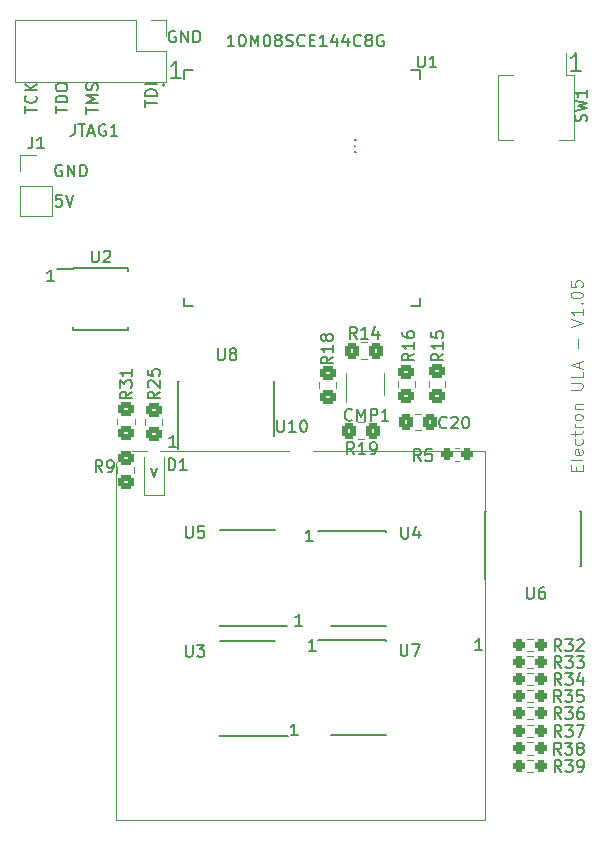
<source format=gto>
G04 #@! TF.GenerationSoftware,KiCad,Pcbnew,7.0.1*
G04 #@! TF.CreationDate,2023-06-11T21:02:18+01:00*
G04 #@! TF.ProjectId,ElectronULA,456c6563-7472-46f6-9e55-4c412e6b6963,rev?*
G04 #@! TF.SameCoordinates,Original*
G04 #@! TF.FileFunction,Legend,Top*
G04 #@! TF.FilePolarity,Positive*
%FSLAX46Y46*%
G04 Gerber Fmt 4.6, Leading zero omitted, Abs format (unit mm)*
G04 Created by KiCad (PCBNEW 7.0.1) date 2023-06-11 21:02:18*
%MOMM*%
%LPD*%
G01*
G04 APERTURE LIST*
G04 Aperture macros list*
%AMRoundRect*
0 Rectangle with rounded corners*
0 $1 Rounding radius*
0 $2 $3 $4 $5 $6 $7 $8 $9 X,Y pos of 4 corners*
0 Add a 4 corners polygon primitive as box body*
4,1,4,$2,$3,$4,$5,$6,$7,$8,$9,$2,$3,0*
0 Add four circle primitives for the rounded corners*
1,1,$1+$1,$2,$3*
1,1,$1+$1,$4,$5*
1,1,$1+$1,$6,$7*
1,1,$1+$1,$8,$9*
0 Add four rect primitives between the rounded corners*
20,1,$1+$1,$2,$3,$4,$5,0*
20,1,$1+$1,$4,$5,$6,$7,0*
20,1,$1+$1,$6,$7,$8,$9,0*
20,1,$1+$1,$8,$9,$2,$3,0*%
G04 Aperture macros list end*
%ADD10C,0.200000*%
%ADD11C,0.150000*%
%ADD12C,0.125000*%
%ADD13C,0.120000*%
%ADD14C,0.127000*%
%ADD15R,1.100000X0.400000*%
%ADD16R,1.422400X1.422400*%
%ADD17C,1.422400*%
%ADD18R,0.400000X1.100000*%
%ADD19R,0.650000X1.060000*%
%ADD20RoundRect,0.249999X0.325001X0.450001X-0.325001X0.450001X-0.325001X-0.450001X0.325001X-0.450001X0*%
%ADD21RoundRect,0.249999X0.450001X-0.325001X0.450001X0.325001X-0.450001X0.325001X-0.450001X-0.325001X0*%
%ADD22RoundRect,0.249999X-0.450001X0.325001X-0.450001X-0.325001X0.450001X-0.325001X0.450001X0.325001X0*%
%ADD23R,1.000000X1.000000*%
%ADD24R,1.470000X0.280000*%
%ADD25R,0.280000X1.470000*%
%ADD26R,8.930000X8.700000*%
%ADD27RoundRect,0.249999X-0.325001X-0.450001X0.325001X-0.450001X0.325001X0.450001X-0.325001X0.450001X0*%
%ADD28RoundRect,0.237500X0.287500X0.237500X-0.287500X0.237500X-0.287500X-0.237500X0.287500X-0.237500X0*%
%ADD29R,1.700000X1.700000*%
%ADD30O,1.700000X1.700000*%
%ADD31R,0.760000X1.600000*%
%ADD32R,1.450000X0.450000*%
%ADD33C,4.000000*%
%ADD34RoundRect,0.237500X-0.250000X-0.237500X0.250000X-0.237500X0.250000X0.237500X-0.250000X0.237500X0*%
%ADD35RoundRect,0.250000X-0.350000X-0.450000X0.350000X-0.450000X0.350000X0.450000X-0.350000X0.450000X0*%
%ADD36RoundRect,0.250000X-0.450000X0.350000X-0.450000X-0.350000X0.450000X-0.350000X0.450000X0.350000X0*%
G04 APERTURE END LIST*
D10*
X141880167Y-94284848D02*
X141594453Y-95046753D01*
X141594453Y-95046753D02*
X141308739Y-94284848D01*
D11*
X133802215Y-68651578D02*
X133706977Y-68603959D01*
X133706977Y-68603959D02*
X133564120Y-68603959D01*
X133564120Y-68603959D02*
X133421263Y-68651578D01*
X133421263Y-68651578D02*
X133326025Y-68746816D01*
X133326025Y-68746816D02*
X133278406Y-68842054D01*
X133278406Y-68842054D02*
X133230787Y-69032530D01*
X133230787Y-69032530D02*
X133230787Y-69175387D01*
X133230787Y-69175387D02*
X133278406Y-69365863D01*
X133278406Y-69365863D02*
X133326025Y-69461101D01*
X133326025Y-69461101D02*
X133421263Y-69556340D01*
X133421263Y-69556340D02*
X133564120Y-69603959D01*
X133564120Y-69603959D02*
X133659358Y-69603959D01*
X133659358Y-69603959D02*
X133802215Y-69556340D01*
X133802215Y-69556340D02*
X133849834Y-69508720D01*
X133849834Y-69508720D02*
X133849834Y-69175387D01*
X133849834Y-69175387D02*
X133659358Y-69175387D01*
X134278406Y-69603959D02*
X134278406Y-68603959D01*
X134278406Y-68603959D02*
X134849834Y-69603959D01*
X134849834Y-69603959D02*
X134849834Y-68603959D01*
X135326025Y-69603959D02*
X135326025Y-68603959D01*
X135326025Y-68603959D02*
X135564120Y-68603959D01*
X135564120Y-68603959D02*
X135706977Y-68651578D01*
X135706977Y-68651578D02*
X135802215Y-68746816D01*
X135802215Y-68746816D02*
X135849834Y-68842054D01*
X135849834Y-68842054D02*
X135897453Y-69032530D01*
X135897453Y-69032530D02*
X135897453Y-69175387D01*
X135897453Y-69175387D02*
X135849834Y-69365863D01*
X135849834Y-69365863D02*
X135802215Y-69461101D01*
X135802215Y-69461101D02*
X135706977Y-69556340D01*
X135706977Y-69556340D02*
X135564120Y-69603959D01*
X135564120Y-69603959D02*
X135326025Y-69603959D01*
X133269819Y-64243103D02*
X133269819Y-63671675D01*
X134269819Y-63957389D02*
X133269819Y-63957389D01*
X134269819Y-63338341D02*
X133269819Y-63338341D01*
X133269819Y-63338341D02*
X133269819Y-63100246D01*
X133269819Y-63100246D02*
X133317438Y-62957389D01*
X133317438Y-62957389D02*
X133412676Y-62862151D01*
X133412676Y-62862151D02*
X133507914Y-62814532D01*
X133507914Y-62814532D02*
X133698390Y-62766913D01*
X133698390Y-62766913D02*
X133841247Y-62766913D01*
X133841247Y-62766913D02*
X134031723Y-62814532D01*
X134031723Y-62814532D02*
X134126961Y-62862151D01*
X134126961Y-62862151D02*
X134222200Y-62957389D01*
X134222200Y-62957389D02*
X134269819Y-63100246D01*
X134269819Y-63100246D02*
X134269819Y-63338341D01*
X133269819Y-62147865D02*
X133269819Y-61957389D01*
X133269819Y-61957389D02*
X133317438Y-61862151D01*
X133317438Y-61862151D02*
X133412676Y-61766913D01*
X133412676Y-61766913D02*
X133603152Y-61719294D01*
X133603152Y-61719294D02*
X133936485Y-61719294D01*
X133936485Y-61719294D02*
X134126961Y-61766913D01*
X134126961Y-61766913D02*
X134222200Y-61862151D01*
X134222200Y-61862151D02*
X134269819Y-61957389D01*
X134269819Y-61957389D02*
X134269819Y-62147865D01*
X134269819Y-62147865D02*
X134222200Y-62243103D01*
X134222200Y-62243103D02*
X134126961Y-62338341D01*
X134126961Y-62338341D02*
X133936485Y-62385960D01*
X133936485Y-62385960D02*
X133603152Y-62385960D01*
X133603152Y-62385960D02*
X133412676Y-62338341D01*
X133412676Y-62338341D02*
X133317438Y-62243103D01*
X133317438Y-62243103D02*
X133269819Y-62147865D01*
X140846639Y-63693228D02*
X140846639Y-63121800D01*
X141846639Y-63407514D02*
X140846639Y-63407514D01*
X141846639Y-62788466D02*
X140846639Y-62788466D01*
X140846639Y-62788466D02*
X140846639Y-62550371D01*
X140846639Y-62550371D02*
X140894258Y-62407514D01*
X140894258Y-62407514D02*
X140989496Y-62312276D01*
X140989496Y-62312276D02*
X141084734Y-62264657D01*
X141084734Y-62264657D02*
X141275210Y-62217038D01*
X141275210Y-62217038D02*
X141418067Y-62217038D01*
X141418067Y-62217038D02*
X141608543Y-62264657D01*
X141608543Y-62264657D02*
X141703781Y-62312276D01*
X141703781Y-62312276D02*
X141799020Y-62407514D01*
X141799020Y-62407514D02*
X141846639Y-62550371D01*
X141846639Y-62550371D02*
X141846639Y-62788466D01*
X141846639Y-61788466D02*
X140846639Y-61788466D01*
X143411035Y-57310478D02*
X143315797Y-57262859D01*
X143315797Y-57262859D02*
X143172940Y-57262859D01*
X143172940Y-57262859D02*
X143030083Y-57310478D01*
X143030083Y-57310478D02*
X142934845Y-57405716D01*
X142934845Y-57405716D02*
X142887226Y-57500954D01*
X142887226Y-57500954D02*
X142839607Y-57691430D01*
X142839607Y-57691430D02*
X142839607Y-57834287D01*
X142839607Y-57834287D02*
X142887226Y-58024763D01*
X142887226Y-58024763D02*
X142934845Y-58120001D01*
X142934845Y-58120001D02*
X143030083Y-58215240D01*
X143030083Y-58215240D02*
X143172940Y-58262859D01*
X143172940Y-58262859D02*
X143268178Y-58262859D01*
X143268178Y-58262859D02*
X143411035Y-58215240D01*
X143411035Y-58215240D02*
X143458654Y-58167620D01*
X143458654Y-58167620D02*
X143458654Y-57834287D01*
X143458654Y-57834287D02*
X143268178Y-57834287D01*
X143887226Y-58262859D02*
X143887226Y-57262859D01*
X143887226Y-57262859D02*
X144458654Y-58262859D01*
X144458654Y-58262859D02*
X144458654Y-57262859D01*
X144934845Y-58262859D02*
X144934845Y-57262859D01*
X144934845Y-57262859D02*
X145172940Y-57262859D01*
X145172940Y-57262859D02*
X145315797Y-57310478D01*
X145315797Y-57310478D02*
X145411035Y-57405716D01*
X145411035Y-57405716D02*
X145458654Y-57500954D01*
X145458654Y-57500954D02*
X145506273Y-57691430D01*
X145506273Y-57691430D02*
X145506273Y-57834287D01*
X145506273Y-57834287D02*
X145458654Y-58024763D01*
X145458654Y-58024763D02*
X145411035Y-58120001D01*
X145411035Y-58120001D02*
X145315797Y-58215240D01*
X145315797Y-58215240D02*
X145172940Y-58262859D01*
X145172940Y-58262859D02*
X144934845Y-58262859D01*
X177735812Y-60673488D02*
X176878669Y-60673488D01*
X177307240Y-60673488D02*
X177307240Y-59173488D01*
X177307240Y-59173488D02*
X177164383Y-59387774D01*
X177164383Y-59387774D02*
X177021526Y-59530631D01*
X177021526Y-59530631D02*
X176878669Y-59602060D01*
X133135334Y-78491419D02*
X132563906Y-78491419D01*
X132849620Y-78491419D02*
X132849620Y-77491419D01*
X132849620Y-77491419D02*
X132754382Y-77634276D01*
X132754382Y-77634276D02*
X132659144Y-77729514D01*
X132659144Y-77729514D02*
X132563906Y-77777133D01*
X135855539Y-64305012D02*
X135855539Y-63733584D01*
X136855539Y-64019298D02*
X135855539Y-64019298D01*
X136855539Y-63400250D02*
X135855539Y-63400250D01*
X135855539Y-63400250D02*
X136569824Y-63066917D01*
X136569824Y-63066917D02*
X135855539Y-62733584D01*
X135855539Y-62733584D02*
X136855539Y-62733584D01*
X136807920Y-62305012D02*
X136855539Y-62162155D01*
X136855539Y-62162155D02*
X136855539Y-61924060D01*
X136855539Y-61924060D02*
X136807920Y-61828822D01*
X136807920Y-61828822D02*
X136760300Y-61781203D01*
X136760300Y-61781203D02*
X136665062Y-61733584D01*
X136665062Y-61733584D02*
X136569824Y-61733584D01*
X136569824Y-61733584D02*
X136474586Y-61781203D01*
X136474586Y-61781203D02*
X136426967Y-61828822D01*
X136426967Y-61828822D02*
X136379348Y-61924060D01*
X136379348Y-61924060D02*
X136331729Y-62114536D01*
X136331729Y-62114536D02*
X136284110Y-62209774D01*
X136284110Y-62209774D02*
X136236491Y-62257393D01*
X136236491Y-62257393D02*
X136141253Y-62305012D01*
X136141253Y-62305012D02*
X136046015Y-62305012D01*
X136046015Y-62305012D02*
X135950777Y-62257393D01*
X135950777Y-62257393D02*
X135903158Y-62209774D01*
X135903158Y-62209774D02*
X135855539Y-62114536D01*
X135855539Y-62114536D02*
X135855539Y-61876441D01*
X135855539Y-61876441D02*
X135903158Y-61733584D01*
X154141134Y-107648079D02*
X153569706Y-107648079D01*
X153855420Y-107648079D02*
X153855420Y-106648079D01*
X153855420Y-106648079D02*
X153760182Y-106790936D01*
X153760182Y-106790936D02*
X153664944Y-106886174D01*
X153664944Y-106886174D02*
X153569706Y-106933793D01*
X143903012Y-61313568D02*
X143045869Y-61313568D01*
X143474440Y-61313568D02*
X143474440Y-59813568D01*
X143474440Y-59813568D02*
X143331583Y-60027854D01*
X143331583Y-60027854D02*
X143188726Y-60170711D01*
X143188726Y-60170711D02*
X143045869Y-60242140D01*
X148397080Y-58598139D02*
X147825652Y-58598139D01*
X148111366Y-58598139D02*
X148111366Y-57598139D01*
X148111366Y-57598139D02*
X148016128Y-57740996D01*
X148016128Y-57740996D02*
X147920890Y-57836234D01*
X147920890Y-57836234D02*
X147825652Y-57883853D01*
X149016128Y-57598139D02*
X149111366Y-57598139D01*
X149111366Y-57598139D02*
X149206604Y-57645758D01*
X149206604Y-57645758D02*
X149254223Y-57693377D01*
X149254223Y-57693377D02*
X149301842Y-57788615D01*
X149301842Y-57788615D02*
X149349461Y-57979091D01*
X149349461Y-57979091D02*
X149349461Y-58217186D01*
X149349461Y-58217186D02*
X149301842Y-58407662D01*
X149301842Y-58407662D02*
X149254223Y-58502900D01*
X149254223Y-58502900D02*
X149206604Y-58550520D01*
X149206604Y-58550520D02*
X149111366Y-58598139D01*
X149111366Y-58598139D02*
X149016128Y-58598139D01*
X149016128Y-58598139D02*
X148920890Y-58550520D01*
X148920890Y-58550520D02*
X148873271Y-58502900D01*
X148873271Y-58502900D02*
X148825652Y-58407662D01*
X148825652Y-58407662D02*
X148778033Y-58217186D01*
X148778033Y-58217186D02*
X148778033Y-57979091D01*
X148778033Y-57979091D02*
X148825652Y-57788615D01*
X148825652Y-57788615D02*
X148873271Y-57693377D01*
X148873271Y-57693377D02*
X148920890Y-57645758D01*
X148920890Y-57645758D02*
X149016128Y-57598139D01*
X149778033Y-58598139D02*
X149778033Y-57598139D01*
X149778033Y-57598139D02*
X150111366Y-58312424D01*
X150111366Y-58312424D02*
X150444699Y-57598139D01*
X150444699Y-57598139D02*
X150444699Y-58598139D01*
X151111366Y-57598139D02*
X151206604Y-57598139D01*
X151206604Y-57598139D02*
X151301842Y-57645758D01*
X151301842Y-57645758D02*
X151349461Y-57693377D01*
X151349461Y-57693377D02*
X151397080Y-57788615D01*
X151397080Y-57788615D02*
X151444699Y-57979091D01*
X151444699Y-57979091D02*
X151444699Y-58217186D01*
X151444699Y-58217186D02*
X151397080Y-58407662D01*
X151397080Y-58407662D02*
X151349461Y-58502900D01*
X151349461Y-58502900D02*
X151301842Y-58550520D01*
X151301842Y-58550520D02*
X151206604Y-58598139D01*
X151206604Y-58598139D02*
X151111366Y-58598139D01*
X151111366Y-58598139D02*
X151016128Y-58550520D01*
X151016128Y-58550520D02*
X150968509Y-58502900D01*
X150968509Y-58502900D02*
X150920890Y-58407662D01*
X150920890Y-58407662D02*
X150873271Y-58217186D01*
X150873271Y-58217186D02*
X150873271Y-57979091D01*
X150873271Y-57979091D02*
X150920890Y-57788615D01*
X150920890Y-57788615D02*
X150968509Y-57693377D01*
X150968509Y-57693377D02*
X151016128Y-57645758D01*
X151016128Y-57645758D02*
X151111366Y-57598139D01*
X152016128Y-58026710D02*
X151920890Y-57979091D01*
X151920890Y-57979091D02*
X151873271Y-57931472D01*
X151873271Y-57931472D02*
X151825652Y-57836234D01*
X151825652Y-57836234D02*
X151825652Y-57788615D01*
X151825652Y-57788615D02*
X151873271Y-57693377D01*
X151873271Y-57693377D02*
X151920890Y-57645758D01*
X151920890Y-57645758D02*
X152016128Y-57598139D01*
X152016128Y-57598139D02*
X152206604Y-57598139D01*
X152206604Y-57598139D02*
X152301842Y-57645758D01*
X152301842Y-57645758D02*
X152349461Y-57693377D01*
X152349461Y-57693377D02*
X152397080Y-57788615D01*
X152397080Y-57788615D02*
X152397080Y-57836234D01*
X152397080Y-57836234D02*
X152349461Y-57931472D01*
X152349461Y-57931472D02*
X152301842Y-57979091D01*
X152301842Y-57979091D02*
X152206604Y-58026710D01*
X152206604Y-58026710D02*
X152016128Y-58026710D01*
X152016128Y-58026710D02*
X151920890Y-58074329D01*
X151920890Y-58074329D02*
X151873271Y-58121948D01*
X151873271Y-58121948D02*
X151825652Y-58217186D01*
X151825652Y-58217186D02*
X151825652Y-58407662D01*
X151825652Y-58407662D02*
X151873271Y-58502900D01*
X151873271Y-58502900D02*
X151920890Y-58550520D01*
X151920890Y-58550520D02*
X152016128Y-58598139D01*
X152016128Y-58598139D02*
X152206604Y-58598139D01*
X152206604Y-58598139D02*
X152301842Y-58550520D01*
X152301842Y-58550520D02*
X152349461Y-58502900D01*
X152349461Y-58502900D02*
X152397080Y-58407662D01*
X152397080Y-58407662D02*
X152397080Y-58217186D01*
X152397080Y-58217186D02*
X152349461Y-58121948D01*
X152349461Y-58121948D02*
X152301842Y-58074329D01*
X152301842Y-58074329D02*
X152206604Y-58026710D01*
X152778033Y-58550520D02*
X152920890Y-58598139D01*
X152920890Y-58598139D02*
X153158985Y-58598139D01*
X153158985Y-58598139D02*
X153254223Y-58550520D01*
X153254223Y-58550520D02*
X153301842Y-58502900D01*
X153301842Y-58502900D02*
X153349461Y-58407662D01*
X153349461Y-58407662D02*
X153349461Y-58312424D01*
X153349461Y-58312424D02*
X153301842Y-58217186D01*
X153301842Y-58217186D02*
X153254223Y-58169567D01*
X153254223Y-58169567D02*
X153158985Y-58121948D01*
X153158985Y-58121948D02*
X152968509Y-58074329D01*
X152968509Y-58074329D02*
X152873271Y-58026710D01*
X152873271Y-58026710D02*
X152825652Y-57979091D01*
X152825652Y-57979091D02*
X152778033Y-57883853D01*
X152778033Y-57883853D02*
X152778033Y-57788615D01*
X152778033Y-57788615D02*
X152825652Y-57693377D01*
X152825652Y-57693377D02*
X152873271Y-57645758D01*
X152873271Y-57645758D02*
X152968509Y-57598139D01*
X152968509Y-57598139D02*
X153206604Y-57598139D01*
X153206604Y-57598139D02*
X153349461Y-57645758D01*
X154349461Y-58502900D02*
X154301842Y-58550520D01*
X154301842Y-58550520D02*
X154158985Y-58598139D01*
X154158985Y-58598139D02*
X154063747Y-58598139D01*
X154063747Y-58598139D02*
X153920890Y-58550520D01*
X153920890Y-58550520D02*
X153825652Y-58455281D01*
X153825652Y-58455281D02*
X153778033Y-58360043D01*
X153778033Y-58360043D02*
X153730414Y-58169567D01*
X153730414Y-58169567D02*
X153730414Y-58026710D01*
X153730414Y-58026710D02*
X153778033Y-57836234D01*
X153778033Y-57836234D02*
X153825652Y-57740996D01*
X153825652Y-57740996D02*
X153920890Y-57645758D01*
X153920890Y-57645758D02*
X154063747Y-57598139D01*
X154063747Y-57598139D02*
X154158985Y-57598139D01*
X154158985Y-57598139D02*
X154301842Y-57645758D01*
X154301842Y-57645758D02*
X154349461Y-57693377D01*
X154778033Y-58074329D02*
X155111366Y-58074329D01*
X155254223Y-58598139D02*
X154778033Y-58598139D01*
X154778033Y-58598139D02*
X154778033Y-57598139D01*
X154778033Y-57598139D02*
X155254223Y-57598139D01*
X156206604Y-58598139D02*
X155635176Y-58598139D01*
X155920890Y-58598139D02*
X155920890Y-57598139D01*
X155920890Y-57598139D02*
X155825652Y-57740996D01*
X155825652Y-57740996D02*
X155730414Y-57836234D01*
X155730414Y-57836234D02*
X155635176Y-57883853D01*
X157063747Y-57931472D02*
X157063747Y-58598139D01*
X156825652Y-57550520D02*
X156587557Y-58264805D01*
X156587557Y-58264805D02*
X157206604Y-58264805D01*
X158016128Y-57931472D02*
X158016128Y-58598139D01*
X157778033Y-57550520D02*
X157539938Y-58264805D01*
X157539938Y-58264805D02*
X158158985Y-58264805D01*
X159111366Y-58502900D02*
X159063747Y-58550520D01*
X159063747Y-58550520D02*
X158920890Y-58598139D01*
X158920890Y-58598139D02*
X158825652Y-58598139D01*
X158825652Y-58598139D02*
X158682795Y-58550520D01*
X158682795Y-58550520D02*
X158587557Y-58455281D01*
X158587557Y-58455281D02*
X158539938Y-58360043D01*
X158539938Y-58360043D02*
X158492319Y-58169567D01*
X158492319Y-58169567D02*
X158492319Y-58026710D01*
X158492319Y-58026710D02*
X158539938Y-57836234D01*
X158539938Y-57836234D02*
X158587557Y-57740996D01*
X158587557Y-57740996D02*
X158682795Y-57645758D01*
X158682795Y-57645758D02*
X158825652Y-57598139D01*
X158825652Y-57598139D02*
X158920890Y-57598139D01*
X158920890Y-57598139D02*
X159063747Y-57645758D01*
X159063747Y-57645758D02*
X159111366Y-57693377D01*
X159682795Y-58026710D02*
X159587557Y-57979091D01*
X159587557Y-57979091D02*
X159539938Y-57931472D01*
X159539938Y-57931472D02*
X159492319Y-57836234D01*
X159492319Y-57836234D02*
X159492319Y-57788615D01*
X159492319Y-57788615D02*
X159539938Y-57693377D01*
X159539938Y-57693377D02*
X159587557Y-57645758D01*
X159587557Y-57645758D02*
X159682795Y-57598139D01*
X159682795Y-57598139D02*
X159873271Y-57598139D01*
X159873271Y-57598139D02*
X159968509Y-57645758D01*
X159968509Y-57645758D02*
X160016128Y-57693377D01*
X160016128Y-57693377D02*
X160063747Y-57788615D01*
X160063747Y-57788615D02*
X160063747Y-57836234D01*
X160063747Y-57836234D02*
X160016128Y-57931472D01*
X160016128Y-57931472D02*
X159968509Y-57979091D01*
X159968509Y-57979091D02*
X159873271Y-58026710D01*
X159873271Y-58026710D02*
X159682795Y-58026710D01*
X159682795Y-58026710D02*
X159587557Y-58074329D01*
X159587557Y-58074329D02*
X159539938Y-58121948D01*
X159539938Y-58121948D02*
X159492319Y-58217186D01*
X159492319Y-58217186D02*
X159492319Y-58407662D01*
X159492319Y-58407662D02*
X159539938Y-58502900D01*
X159539938Y-58502900D02*
X159587557Y-58550520D01*
X159587557Y-58550520D02*
X159682795Y-58598139D01*
X159682795Y-58598139D02*
X159873271Y-58598139D01*
X159873271Y-58598139D02*
X159968509Y-58550520D01*
X159968509Y-58550520D02*
X160016128Y-58502900D01*
X160016128Y-58502900D02*
X160063747Y-58407662D01*
X160063747Y-58407662D02*
X160063747Y-58217186D01*
X160063747Y-58217186D02*
X160016128Y-58121948D01*
X160016128Y-58121948D02*
X159968509Y-58074329D01*
X159968509Y-58074329D02*
X159873271Y-58026710D01*
X161016128Y-57645758D02*
X160920890Y-57598139D01*
X160920890Y-57598139D02*
X160778033Y-57598139D01*
X160778033Y-57598139D02*
X160635176Y-57645758D01*
X160635176Y-57645758D02*
X160539938Y-57740996D01*
X160539938Y-57740996D02*
X160492319Y-57836234D01*
X160492319Y-57836234D02*
X160444700Y-58026710D01*
X160444700Y-58026710D02*
X160444700Y-58169567D01*
X160444700Y-58169567D02*
X160492319Y-58360043D01*
X160492319Y-58360043D02*
X160539938Y-58455281D01*
X160539938Y-58455281D02*
X160635176Y-58550520D01*
X160635176Y-58550520D02*
X160778033Y-58598139D01*
X160778033Y-58598139D02*
X160873271Y-58598139D01*
X160873271Y-58598139D02*
X161016128Y-58550520D01*
X161016128Y-58550520D02*
X161063747Y-58502900D01*
X161063747Y-58502900D02*
X161063747Y-58169567D01*
X161063747Y-58169567D02*
X160873271Y-58169567D01*
X169391294Y-109723259D02*
X168819866Y-109723259D01*
X169105580Y-109723259D02*
X169105580Y-108723259D01*
X169105580Y-108723259D02*
X169010342Y-108866116D01*
X169010342Y-108866116D02*
X168915104Y-108961354D01*
X168915104Y-108961354D02*
X168819866Y-109008973D01*
X130663779Y-64239613D02*
X130663779Y-63668185D01*
X131663779Y-63953899D02*
X130663779Y-63953899D01*
X131568540Y-62763423D02*
X131616160Y-62811042D01*
X131616160Y-62811042D02*
X131663779Y-62953899D01*
X131663779Y-62953899D02*
X131663779Y-63049137D01*
X131663779Y-63049137D02*
X131616160Y-63191994D01*
X131616160Y-63191994D02*
X131520921Y-63287232D01*
X131520921Y-63287232D02*
X131425683Y-63334851D01*
X131425683Y-63334851D02*
X131235207Y-63382470D01*
X131235207Y-63382470D02*
X131092350Y-63382470D01*
X131092350Y-63382470D02*
X130901874Y-63334851D01*
X130901874Y-63334851D02*
X130806636Y-63287232D01*
X130806636Y-63287232D02*
X130711398Y-63191994D01*
X130711398Y-63191994D02*
X130663779Y-63049137D01*
X130663779Y-63049137D02*
X130663779Y-62953899D01*
X130663779Y-62953899D02*
X130711398Y-62811042D01*
X130711398Y-62811042D02*
X130759017Y-62763423D01*
X131663779Y-62334851D02*
X130663779Y-62334851D01*
X131663779Y-61763423D02*
X131092350Y-62191994D01*
X130663779Y-61763423D02*
X131235207Y-62334851D01*
X153770294Y-116939399D02*
X153198866Y-116939399D01*
X153484580Y-116939399D02*
X153484580Y-115939399D01*
X153484580Y-115939399D02*
X153389342Y-116082256D01*
X153389342Y-116082256D02*
X153294104Y-116177494D01*
X153294104Y-116177494D02*
X153198866Y-116225113D01*
X143473134Y-92502059D02*
X142901706Y-92502059D01*
X143187420Y-92502059D02*
X143187420Y-91502059D01*
X143187420Y-91502059D02*
X143092182Y-91644916D01*
X143092182Y-91644916D02*
X142996944Y-91740154D01*
X142996944Y-91740154D02*
X142901706Y-91787773D01*
X155304454Y-109776599D02*
X154733026Y-109776599D01*
X155018740Y-109776599D02*
X155018740Y-108776599D01*
X155018740Y-108776599D02*
X154923502Y-108919456D01*
X154923502Y-108919456D02*
X154828264Y-109014694D01*
X154828264Y-109014694D02*
X154733026Y-109062313D01*
D12*
X177363009Y-94557619D02*
X177363009Y-94224286D01*
X177886819Y-94081429D02*
X177886819Y-94557619D01*
X177886819Y-94557619D02*
X176886819Y-94557619D01*
X176886819Y-94557619D02*
X176886819Y-94081429D01*
X177886819Y-93510000D02*
X177839200Y-93605238D01*
X177839200Y-93605238D02*
X177743961Y-93652857D01*
X177743961Y-93652857D02*
X176886819Y-93652857D01*
X177839200Y-92748095D02*
X177886819Y-92843333D01*
X177886819Y-92843333D02*
X177886819Y-93033809D01*
X177886819Y-93033809D02*
X177839200Y-93129047D01*
X177839200Y-93129047D02*
X177743961Y-93176666D01*
X177743961Y-93176666D02*
X177363009Y-93176666D01*
X177363009Y-93176666D02*
X177267771Y-93129047D01*
X177267771Y-93129047D02*
X177220152Y-93033809D01*
X177220152Y-93033809D02*
X177220152Y-92843333D01*
X177220152Y-92843333D02*
X177267771Y-92748095D01*
X177267771Y-92748095D02*
X177363009Y-92700476D01*
X177363009Y-92700476D02*
X177458247Y-92700476D01*
X177458247Y-92700476D02*
X177553485Y-93176666D01*
X177839200Y-91843333D02*
X177886819Y-91938571D01*
X177886819Y-91938571D02*
X177886819Y-92129047D01*
X177886819Y-92129047D02*
X177839200Y-92224285D01*
X177839200Y-92224285D02*
X177791580Y-92271904D01*
X177791580Y-92271904D02*
X177696342Y-92319523D01*
X177696342Y-92319523D02*
X177410628Y-92319523D01*
X177410628Y-92319523D02*
X177315390Y-92271904D01*
X177315390Y-92271904D02*
X177267771Y-92224285D01*
X177267771Y-92224285D02*
X177220152Y-92129047D01*
X177220152Y-92129047D02*
X177220152Y-91938571D01*
X177220152Y-91938571D02*
X177267771Y-91843333D01*
X177220152Y-91557618D02*
X177220152Y-91176666D01*
X176886819Y-91414761D02*
X177743961Y-91414761D01*
X177743961Y-91414761D02*
X177839200Y-91367142D01*
X177839200Y-91367142D02*
X177886819Y-91271904D01*
X177886819Y-91271904D02*
X177886819Y-91176666D01*
X177886819Y-90843332D02*
X177220152Y-90843332D01*
X177410628Y-90843332D02*
X177315390Y-90795713D01*
X177315390Y-90795713D02*
X177267771Y-90748094D01*
X177267771Y-90748094D02*
X177220152Y-90652856D01*
X177220152Y-90652856D02*
X177220152Y-90557618D01*
X177886819Y-90081427D02*
X177839200Y-90176665D01*
X177839200Y-90176665D02*
X177791580Y-90224284D01*
X177791580Y-90224284D02*
X177696342Y-90271903D01*
X177696342Y-90271903D02*
X177410628Y-90271903D01*
X177410628Y-90271903D02*
X177315390Y-90224284D01*
X177315390Y-90224284D02*
X177267771Y-90176665D01*
X177267771Y-90176665D02*
X177220152Y-90081427D01*
X177220152Y-90081427D02*
X177220152Y-89938570D01*
X177220152Y-89938570D02*
X177267771Y-89843332D01*
X177267771Y-89843332D02*
X177315390Y-89795713D01*
X177315390Y-89795713D02*
X177410628Y-89748094D01*
X177410628Y-89748094D02*
X177696342Y-89748094D01*
X177696342Y-89748094D02*
X177791580Y-89795713D01*
X177791580Y-89795713D02*
X177839200Y-89843332D01*
X177839200Y-89843332D02*
X177886819Y-89938570D01*
X177886819Y-89938570D02*
X177886819Y-90081427D01*
X177220152Y-89319522D02*
X177886819Y-89319522D01*
X177315390Y-89319522D02*
X177267771Y-89271903D01*
X177267771Y-89271903D02*
X177220152Y-89176665D01*
X177220152Y-89176665D02*
X177220152Y-89033808D01*
X177220152Y-89033808D02*
X177267771Y-88938570D01*
X177267771Y-88938570D02*
X177363009Y-88890951D01*
X177363009Y-88890951D02*
X177886819Y-88890951D01*
X176886819Y-87652855D02*
X177696342Y-87652855D01*
X177696342Y-87652855D02*
X177791580Y-87605236D01*
X177791580Y-87605236D02*
X177839200Y-87557617D01*
X177839200Y-87557617D02*
X177886819Y-87462379D01*
X177886819Y-87462379D02*
X177886819Y-87271903D01*
X177886819Y-87271903D02*
X177839200Y-87176665D01*
X177839200Y-87176665D02*
X177791580Y-87129046D01*
X177791580Y-87129046D02*
X177696342Y-87081427D01*
X177696342Y-87081427D02*
X176886819Y-87081427D01*
X177886819Y-86129046D02*
X177886819Y-86605236D01*
X177886819Y-86605236D02*
X176886819Y-86605236D01*
X177601104Y-85843331D02*
X177601104Y-85367141D01*
X177886819Y-85938569D02*
X176886819Y-85605236D01*
X176886819Y-85605236D02*
X177886819Y-85271903D01*
X177505866Y-84176664D02*
X177505866Y-83414760D01*
X176886819Y-82319521D02*
X177886819Y-81986188D01*
X177886819Y-81986188D02*
X176886819Y-81652855D01*
X177886819Y-80795712D02*
X177886819Y-81367140D01*
X177886819Y-81081426D02*
X176886819Y-81081426D01*
X176886819Y-81081426D02*
X177029676Y-81176664D01*
X177029676Y-81176664D02*
X177124914Y-81271902D01*
X177124914Y-81271902D02*
X177172533Y-81367140D01*
X177791580Y-80367140D02*
X177839200Y-80319521D01*
X177839200Y-80319521D02*
X177886819Y-80367140D01*
X177886819Y-80367140D02*
X177839200Y-80414759D01*
X177839200Y-80414759D02*
X177791580Y-80367140D01*
X177791580Y-80367140D02*
X177886819Y-80367140D01*
X176886819Y-79700474D02*
X176886819Y-79605236D01*
X176886819Y-79605236D02*
X176934438Y-79509998D01*
X176934438Y-79509998D02*
X176982057Y-79462379D01*
X176982057Y-79462379D02*
X177077295Y-79414760D01*
X177077295Y-79414760D02*
X177267771Y-79367141D01*
X177267771Y-79367141D02*
X177505866Y-79367141D01*
X177505866Y-79367141D02*
X177696342Y-79414760D01*
X177696342Y-79414760D02*
X177791580Y-79462379D01*
X177791580Y-79462379D02*
X177839200Y-79509998D01*
X177839200Y-79509998D02*
X177886819Y-79605236D01*
X177886819Y-79605236D02*
X177886819Y-79700474D01*
X177886819Y-79700474D02*
X177839200Y-79795712D01*
X177839200Y-79795712D02*
X177791580Y-79843331D01*
X177791580Y-79843331D02*
X177696342Y-79890950D01*
X177696342Y-79890950D02*
X177505866Y-79938569D01*
X177505866Y-79938569D02*
X177267771Y-79938569D01*
X177267771Y-79938569D02*
X177077295Y-79890950D01*
X177077295Y-79890950D02*
X176982057Y-79843331D01*
X176982057Y-79843331D02*
X176934438Y-79795712D01*
X176934438Y-79795712D02*
X176886819Y-79700474D01*
X176886819Y-78462379D02*
X176886819Y-78938569D01*
X176886819Y-78938569D02*
X177363009Y-78986188D01*
X177363009Y-78986188D02*
X177315390Y-78938569D01*
X177315390Y-78938569D02*
X177267771Y-78843331D01*
X177267771Y-78843331D02*
X177267771Y-78605236D01*
X177267771Y-78605236D02*
X177315390Y-78509998D01*
X177315390Y-78509998D02*
X177363009Y-78462379D01*
X177363009Y-78462379D02*
X177458247Y-78414760D01*
X177458247Y-78414760D02*
X177696342Y-78414760D01*
X177696342Y-78414760D02*
X177791580Y-78462379D01*
X177791580Y-78462379D02*
X177839200Y-78509998D01*
X177839200Y-78509998D02*
X177886819Y-78605236D01*
X177886819Y-78605236D02*
X177886819Y-78843331D01*
X177886819Y-78843331D02*
X177839200Y-78938569D01*
X177839200Y-78938569D02*
X177791580Y-78986188D01*
D11*
X155027594Y-100508139D02*
X154456166Y-100508139D01*
X154741880Y-100508139D02*
X154741880Y-99508139D01*
X154741880Y-99508139D02*
X154646642Y-99650996D01*
X154646642Y-99650996D02*
X154551404Y-99746234D01*
X154551404Y-99746234D02*
X154456166Y-99793853D01*
X133784363Y-71164279D02*
X133308173Y-71164279D01*
X133308173Y-71164279D02*
X133260554Y-71640469D01*
X133260554Y-71640469D02*
X133308173Y-71592850D01*
X133308173Y-71592850D02*
X133403411Y-71545231D01*
X133403411Y-71545231D02*
X133641506Y-71545231D01*
X133641506Y-71545231D02*
X133736744Y-71592850D01*
X133736744Y-71592850D02*
X133784363Y-71640469D01*
X133784363Y-71640469D02*
X133831982Y-71735707D01*
X133831982Y-71735707D02*
X133831982Y-71973802D01*
X133831982Y-71973802D02*
X133784363Y-72069040D01*
X133784363Y-72069040D02*
X133736744Y-72116660D01*
X133736744Y-72116660D02*
X133641506Y-72164279D01*
X133641506Y-72164279D02*
X133403411Y-72164279D01*
X133403411Y-72164279D02*
X133308173Y-72116660D01*
X133308173Y-72116660D02*
X133260554Y-72069040D01*
X134117697Y-71164279D02*
X134451030Y-72164279D01*
X134451030Y-72164279D02*
X134784363Y-71164279D01*
X144297495Y-109276979D02*
X144297495Y-110086502D01*
X144297495Y-110086502D02*
X144345114Y-110181740D01*
X144345114Y-110181740D02*
X144392733Y-110229360D01*
X144392733Y-110229360D02*
X144487971Y-110276979D01*
X144487971Y-110276979D02*
X144678447Y-110276979D01*
X144678447Y-110276979D02*
X144773685Y-110229360D01*
X144773685Y-110229360D02*
X144821304Y-110181740D01*
X144821304Y-110181740D02*
X144868923Y-110086502D01*
X144868923Y-110086502D02*
X144868923Y-109276979D01*
X145249876Y-109276979D02*
X145868923Y-109276979D01*
X145868923Y-109276979D02*
X145535590Y-109657931D01*
X145535590Y-109657931D02*
X145678447Y-109657931D01*
X145678447Y-109657931D02*
X145773685Y-109705550D01*
X145773685Y-109705550D02*
X145821304Y-109753169D01*
X145821304Y-109753169D02*
X145868923Y-109848407D01*
X145868923Y-109848407D02*
X145868923Y-110086502D01*
X145868923Y-110086502D02*
X145821304Y-110181740D01*
X145821304Y-110181740D02*
X145773685Y-110229360D01*
X145773685Y-110229360D02*
X145678447Y-110276979D01*
X145678447Y-110276979D02*
X145392733Y-110276979D01*
X145392733Y-110276979D02*
X145297495Y-110229360D01*
X145297495Y-110229360D02*
X145249876Y-110181740D01*
X162471195Y-109200779D02*
X162471195Y-110010302D01*
X162471195Y-110010302D02*
X162518814Y-110105540D01*
X162518814Y-110105540D02*
X162566433Y-110153160D01*
X162566433Y-110153160D02*
X162661671Y-110200779D01*
X162661671Y-110200779D02*
X162852147Y-110200779D01*
X162852147Y-110200779D02*
X162947385Y-110153160D01*
X162947385Y-110153160D02*
X162995004Y-110105540D01*
X162995004Y-110105540D02*
X163042623Y-110010302D01*
X163042623Y-110010302D02*
X163042623Y-109200779D01*
X163423576Y-109200779D02*
X164090242Y-109200779D01*
X164090242Y-109200779D02*
X163661671Y-110200779D01*
X144297495Y-99218579D02*
X144297495Y-100028102D01*
X144297495Y-100028102D02*
X144345114Y-100123340D01*
X144345114Y-100123340D02*
X144392733Y-100170960D01*
X144392733Y-100170960D02*
X144487971Y-100218579D01*
X144487971Y-100218579D02*
X144678447Y-100218579D01*
X144678447Y-100218579D02*
X144773685Y-100170960D01*
X144773685Y-100170960D02*
X144821304Y-100123340D01*
X144821304Y-100123340D02*
X144868923Y-100028102D01*
X144868923Y-100028102D02*
X144868923Y-99218579D01*
X145821304Y-99218579D02*
X145345114Y-99218579D01*
X145345114Y-99218579D02*
X145297495Y-99694769D01*
X145297495Y-99694769D02*
X145345114Y-99647150D01*
X145345114Y-99647150D02*
X145440352Y-99599531D01*
X145440352Y-99599531D02*
X145678447Y-99599531D01*
X145678447Y-99599531D02*
X145773685Y-99647150D01*
X145773685Y-99647150D02*
X145821304Y-99694769D01*
X145821304Y-99694769D02*
X145868923Y-99790007D01*
X145868923Y-99790007D02*
X145868923Y-100028102D01*
X145868923Y-100028102D02*
X145821304Y-100123340D01*
X145821304Y-100123340D02*
X145773685Y-100170960D01*
X145773685Y-100170960D02*
X145678447Y-100218579D01*
X145678447Y-100218579D02*
X145440352Y-100218579D01*
X145440352Y-100218579D02*
X145345114Y-100170960D01*
X145345114Y-100170960D02*
X145297495Y-100123340D01*
X152029105Y-90243619D02*
X152029105Y-91053142D01*
X152029105Y-91053142D02*
X152076724Y-91148380D01*
X152076724Y-91148380D02*
X152124343Y-91196000D01*
X152124343Y-91196000D02*
X152219581Y-91243619D01*
X152219581Y-91243619D02*
X152410057Y-91243619D01*
X152410057Y-91243619D02*
X152505295Y-91196000D01*
X152505295Y-91196000D02*
X152552914Y-91148380D01*
X152552914Y-91148380D02*
X152600533Y-91053142D01*
X152600533Y-91053142D02*
X152600533Y-90243619D01*
X153600533Y-91243619D02*
X153029105Y-91243619D01*
X153314819Y-91243619D02*
X153314819Y-90243619D01*
X153314819Y-90243619D02*
X153219581Y-90386476D01*
X153219581Y-90386476D02*
X153124343Y-90481714D01*
X153124343Y-90481714D02*
X153029105Y-90529333D01*
X154219581Y-90243619D02*
X154314819Y-90243619D01*
X154314819Y-90243619D02*
X154410057Y-90291238D01*
X154410057Y-90291238D02*
X154457676Y-90338857D01*
X154457676Y-90338857D02*
X154505295Y-90434095D01*
X154505295Y-90434095D02*
X154552914Y-90624571D01*
X154552914Y-90624571D02*
X154552914Y-90862666D01*
X154552914Y-90862666D02*
X154505295Y-91053142D01*
X154505295Y-91053142D02*
X154457676Y-91148380D01*
X154457676Y-91148380D02*
X154410057Y-91196000D01*
X154410057Y-91196000D02*
X154314819Y-91243619D01*
X154314819Y-91243619D02*
X154219581Y-91243619D01*
X154219581Y-91243619D02*
X154124343Y-91196000D01*
X154124343Y-91196000D02*
X154076724Y-91148380D01*
X154076724Y-91148380D02*
X154029105Y-91053142D01*
X154029105Y-91053142D02*
X153981486Y-90862666D01*
X153981486Y-90862666D02*
X153981486Y-90624571D01*
X153981486Y-90624571D02*
X154029105Y-90434095D01*
X154029105Y-90434095D02*
X154076724Y-90338857D01*
X154076724Y-90338857D02*
X154124343Y-90291238D01*
X154124343Y-90291238D02*
X154219581Y-90243619D01*
X162552475Y-99266839D02*
X162552475Y-100076362D01*
X162552475Y-100076362D02*
X162600094Y-100171600D01*
X162600094Y-100171600D02*
X162647713Y-100219220D01*
X162647713Y-100219220D02*
X162742951Y-100266839D01*
X162742951Y-100266839D02*
X162933427Y-100266839D01*
X162933427Y-100266839D02*
X163028665Y-100219220D01*
X163028665Y-100219220D02*
X163076284Y-100171600D01*
X163076284Y-100171600D02*
X163123903Y-100076362D01*
X163123903Y-100076362D02*
X163123903Y-99266839D01*
X164028665Y-99600172D02*
X164028665Y-100266839D01*
X163790570Y-99219220D02*
X163552475Y-99933505D01*
X163552475Y-99933505D02*
X164171522Y-99933505D01*
X147005295Y-84160179D02*
X147005295Y-84969702D01*
X147005295Y-84969702D02*
X147052914Y-85064940D01*
X147052914Y-85064940D02*
X147100533Y-85112560D01*
X147100533Y-85112560D02*
X147195771Y-85160179D01*
X147195771Y-85160179D02*
X147386247Y-85160179D01*
X147386247Y-85160179D02*
X147481485Y-85112560D01*
X147481485Y-85112560D02*
X147529104Y-85064940D01*
X147529104Y-85064940D02*
X147576723Y-84969702D01*
X147576723Y-84969702D02*
X147576723Y-84160179D01*
X148195771Y-84588750D02*
X148100533Y-84541131D01*
X148100533Y-84541131D02*
X148052914Y-84493512D01*
X148052914Y-84493512D02*
X148005295Y-84398274D01*
X148005295Y-84398274D02*
X148005295Y-84350655D01*
X148005295Y-84350655D02*
X148052914Y-84255417D01*
X148052914Y-84255417D02*
X148100533Y-84207798D01*
X148100533Y-84207798D02*
X148195771Y-84160179D01*
X148195771Y-84160179D02*
X148386247Y-84160179D01*
X148386247Y-84160179D02*
X148481485Y-84207798D01*
X148481485Y-84207798D02*
X148529104Y-84255417D01*
X148529104Y-84255417D02*
X148576723Y-84350655D01*
X148576723Y-84350655D02*
X148576723Y-84398274D01*
X148576723Y-84398274D02*
X148529104Y-84493512D01*
X148529104Y-84493512D02*
X148481485Y-84541131D01*
X148481485Y-84541131D02*
X148386247Y-84588750D01*
X148386247Y-84588750D02*
X148195771Y-84588750D01*
X148195771Y-84588750D02*
X148100533Y-84636369D01*
X148100533Y-84636369D02*
X148052914Y-84683988D01*
X148052914Y-84683988D02*
X148005295Y-84779226D01*
X148005295Y-84779226D02*
X148005295Y-84969702D01*
X148005295Y-84969702D02*
X148052914Y-85064940D01*
X148052914Y-85064940D02*
X148100533Y-85112560D01*
X148100533Y-85112560D02*
X148195771Y-85160179D01*
X148195771Y-85160179D02*
X148386247Y-85160179D01*
X148386247Y-85160179D02*
X148481485Y-85112560D01*
X148481485Y-85112560D02*
X148529104Y-85064940D01*
X148529104Y-85064940D02*
X148576723Y-84969702D01*
X148576723Y-84969702D02*
X148576723Y-84779226D01*
X148576723Y-84779226D02*
X148529104Y-84683988D01*
X148529104Y-84683988D02*
X148481485Y-84636369D01*
X148481485Y-84636369D02*
X148386247Y-84588750D01*
X158359104Y-90198380D02*
X158311485Y-90246000D01*
X158311485Y-90246000D02*
X158168628Y-90293619D01*
X158168628Y-90293619D02*
X158073390Y-90293619D01*
X158073390Y-90293619D02*
X157930533Y-90246000D01*
X157930533Y-90246000D02*
X157835295Y-90150761D01*
X157835295Y-90150761D02*
X157787676Y-90055523D01*
X157787676Y-90055523D02*
X157740057Y-89865047D01*
X157740057Y-89865047D02*
X157740057Y-89722190D01*
X157740057Y-89722190D02*
X157787676Y-89531714D01*
X157787676Y-89531714D02*
X157835295Y-89436476D01*
X157835295Y-89436476D02*
X157930533Y-89341238D01*
X157930533Y-89341238D02*
X158073390Y-89293619D01*
X158073390Y-89293619D02*
X158168628Y-89293619D01*
X158168628Y-89293619D02*
X158311485Y-89341238D01*
X158311485Y-89341238D02*
X158359104Y-89388857D01*
X158787676Y-90293619D02*
X158787676Y-89293619D01*
X158787676Y-89293619D02*
X159121009Y-90007904D01*
X159121009Y-90007904D02*
X159454342Y-89293619D01*
X159454342Y-89293619D02*
X159454342Y-90293619D01*
X159930533Y-90293619D02*
X159930533Y-89293619D01*
X159930533Y-89293619D02*
X160311485Y-89293619D01*
X160311485Y-89293619D02*
X160406723Y-89341238D01*
X160406723Y-89341238D02*
X160454342Y-89388857D01*
X160454342Y-89388857D02*
X160501961Y-89484095D01*
X160501961Y-89484095D02*
X160501961Y-89626952D01*
X160501961Y-89626952D02*
X160454342Y-89722190D01*
X160454342Y-89722190D02*
X160406723Y-89769809D01*
X160406723Y-89769809D02*
X160311485Y-89817428D01*
X160311485Y-89817428D02*
X159930533Y-89817428D01*
X161454342Y-90293619D02*
X160882914Y-90293619D01*
X161168628Y-90293619D02*
X161168628Y-89293619D01*
X161168628Y-89293619D02*
X161073390Y-89436476D01*
X161073390Y-89436476D02*
X160978152Y-89531714D01*
X160978152Y-89531714D02*
X160882914Y-89579333D01*
X166374342Y-90848380D02*
X166326723Y-90896000D01*
X166326723Y-90896000D02*
X166183866Y-90943619D01*
X166183866Y-90943619D02*
X166088628Y-90943619D01*
X166088628Y-90943619D02*
X165945771Y-90896000D01*
X165945771Y-90896000D02*
X165850533Y-90800761D01*
X165850533Y-90800761D02*
X165802914Y-90705523D01*
X165802914Y-90705523D02*
X165755295Y-90515047D01*
X165755295Y-90515047D02*
X165755295Y-90372190D01*
X165755295Y-90372190D02*
X165802914Y-90181714D01*
X165802914Y-90181714D02*
X165850533Y-90086476D01*
X165850533Y-90086476D02*
X165945771Y-89991238D01*
X165945771Y-89991238D02*
X166088628Y-89943619D01*
X166088628Y-89943619D02*
X166183866Y-89943619D01*
X166183866Y-89943619D02*
X166326723Y-89991238D01*
X166326723Y-89991238D02*
X166374342Y-90038857D01*
X166755295Y-90038857D02*
X166802914Y-89991238D01*
X166802914Y-89991238D02*
X166898152Y-89943619D01*
X166898152Y-89943619D02*
X167136247Y-89943619D01*
X167136247Y-89943619D02*
X167231485Y-89991238D01*
X167231485Y-89991238D02*
X167279104Y-90038857D01*
X167279104Y-90038857D02*
X167326723Y-90134095D01*
X167326723Y-90134095D02*
X167326723Y-90229333D01*
X167326723Y-90229333D02*
X167279104Y-90372190D01*
X167279104Y-90372190D02*
X166707676Y-90943619D01*
X166707676Y-90943619D02*
X167326723Y-90943619D01*
X167945771Y-89943619D02*
X168041009Y-89943619D01*
X168041009Y-89943619D02*
X168136247Y-89991238D01*
X168136247Y-89991238D02*
X168183866Y-90038857D01*
X168183866Y-90038857D02*
X168231485Y-90134095D01*
X168231485Y-90134095D02*
X168279104Y-90324571D01*
X168279104Y-90324571D02*
X168279104Y-90562666D01*
X168279104Y-90562666D02*
X168231485Y-90753142D01*
X168231485Y-90753142D02*
X168183866Y-90848380D01*
X168183866Y-90848380D02*
X168136247Y-90896000D01*
X168136247Y-90896000D02*
X168041009Y-90943619D01*
X168041009Y-90943619D02*
X167945771Y-90943619D01*
X167945771Y-90943619D02*
X167850533Y-90896000D01*
X167850533Y-90896000D02*
X167802914Y-90848380D01*
X167802914Y-90848380D02*
X167755295Y-90753142D01*
X167755295Y-90753142D02*
X167707676Y-90562666D01*
X167707676Y-90562666D02*
X167707676Y-90324571D01*
X167707676Y-90324571D02*
X167755295Y-90134095D01*
X167755295Y-90134095D02*
X167802914Y-90038857D01*
X167802914Y-90038857D02*
X167850533Y-89991238D01*
X167850533Y-89991238D02*
X167945771Y-89943619D01*
X166079819Y-84613857D02*
X165603628Y-84947190D01*
X166079819Y-85185285D02*
X165079819Y-85185285D01*
X165079819Y-85185285D02*
X165079819Y-84804333D01*
X165079819Y-84804333D02*
X165127438Y-84709095D01*
X165127438Y-84709095D02*
X165175057Y-84661476D01*
X165175057Y-84661476D02*
X165270295Y-84613857D01*
X165270295Y-84613857D02*
X165413152Y-84613857D01*
X165413152Y-84613857D02*
X165508390Y-84661476D01*
X165508390Y-84661476D02*
X165556009Y-84709095D01*
X165556009Y-84709095D02*
X165603628Y-84804333D01*
X165603628Y-84804333D02*
X165603628Y-85185285D01*
X166079819Y-83661476D02*
X166079819Y-84232904D01*
X166079819Y-83947190D02*
X165079819Y-83947190D01*
X165079819Y-83947190D02*
X165222676Y-84042428D01*
X165222676Y-84042428D02*
X165317914Y-84137666D01*
X165317914Y-84137666D02*
X165365533Y-84232904D01*
X165079819Y-82756714D02*
X165079819Y-83232904D01*
X165079819Y-83232904D02*
X165556009Y-83280523D01*
X165556009Y-83280523D02*
X165508390Y-83232904D01*
X165508390Y-83232904D02*
X165460771Y-83137666D01*
X165460771Y-83137666D02*
X165460771Y-82899571D01*
X165460771Y-82899571D02*
X165508390Y-82804333D01*
X165508390Y-82804333D02*
X165556009Y-82756714D01*
X165556009Y-82756714D02*
X165651247Y-82709095D01*
X165651247Y-82709095D02*
X165889342Y-82709095D01*
X165889342Y-82709095D02*
X165984580Y-82756714D01*
X165984580Y-82756714D02*
X166032200Y-82804333D01*
X166032200Y-82804333D02*
X166079819Y-82899571D01*
X166079819Y-82899571D02*
X166079819Y-83137666D01*
X166079819Y-83137666D02*
X166032200Y-83232904D01*
X166032200Y-83232904D02*
X165984580Y-83280523D01*
X142079819Y-87833857D02*
X141603628Y-88167190D01*
X142079819Y-88405285D02*
X141079819Y-88405285D01*
X141079819Y-88405285D02*
X141079819Y-88024333D01*
X141079819Y-88024333D02*
X141127438Y-87929095D01*
X141127438Y-87929095D02*
X141175057Y-87881476D01*
X141175057Y-87881476D02*
X141270295Y-87833857D01*
X141270295Y-87833857D02*
X141413152Y-87833857D01*
X141413152Y-87833857D02*
X141508390Y-87881476D01*
X141508390Y-87881476D02*
X141556009Y-87929095D01*
X141556009Y-87929095D02*
X141603628Y-88024333D01*
X141603628Y-88024333D02*
X141603628Y-88405285D01*
X141175057Y-87452904D02*
X141127438Y-87405285D01*
X141127438Y-87405285D02*
X141079819Y-87310047D01*
X141079819Y-87310047D02*
X141079819Y-87071952D01*
X141079819Y-87071952D02*
X141127438Y-86976714D01*
X141127438Y-86976714D02*
X141175057Y-86929095D01*
X141175057Y-86929095D02*
X141270295Y-86881476D01*
X141270295Y-86881476D02*
X141365533Y-86881476D01*
X141365533Y-86881476D02*
X141508390Y-86929095D01*
X141508390Y-86929095D02*
X142079819Y-87500523D01*
X142079819Y-87500523D02*
X142079819Y-86881476D01*
X141079819Y-85976714D02*
X141079819Y-86452904D01*
X141079819Y-86452904D02*
X141556009Y-86500523D01*
X141556009Y-86500523D02*
X141508390Y-86452904D01*
X141508390Y-86452904D02*
X141460771Y-86357666D01*
X141460771Y-86357666D02*
X141460771Y-86119571D01*
X141460771Y-86119571D02*
X141508390Y-86024333D01*
X141508390Y-86024333D02*
X141556009Y-85976714D01*
X141556009Y-85976714D02*
X141651247Y-85929095D01*
X141651247Y-85929095D02*
X141889342Y-85929095D01*
X141889342Y-85929095D02*
X141984580Y-85976714D01*
X141984580Y-85976714D02*
X142032200Y-86024333D01*
X142032200Y-86024333D02*
X142079819Y-86119571D01*
X142079819Y-86119571D02*
X142079819Y-86357666D01*
X142079819Y-86357666D02*
X142032200Y-86452904D01*
X142032200Y-86452904D02*
X141984580Y-86500523D01*
X156739819Y-84873857D02*
X156263628Y-85207190D01*
X156739819Y-85445285D02*
X155739819Y-85445285D01*
X155739819Y-85445285D02*
X155739819Y-85064333D01*
X155739819Y-85064333D02*
X155787438Y-84969095D01*
X155787438Y-84969095D02*
X155835057Y-84921476D01*
X155835057Y-84921476D02*
X155930295Y-84873857D01*
X155930295Y-84873857D02*
X156073152Y-84873857D01*
X156073152Y-84873857D02*
X156168390Y-84921476D01*
X156168390Y-84921476D02*
X156216009Y-84969095D01*
X156216009Y-84969095D02*
X156263628Y-85064333D01*
X156263628Y-85064333D02*
X156263628Y-85445285D01*
X156739819Y-83921476D02*
X156739819Y-84492904D01*
X156739819Y-84207190D02*
X155739819Y-84207190D01*
X155739819Y-84207190D02*
X155882676Y-84302428D01*
X155882676Y-84302428D02*
X155977914Y-84397666D01*
X155977914Y-84397666D02*
X156025533Y-84492904D01*
X156168390Y-83350047D02*
X156120771Y-83445285D01*
X156120771Y-83445285D02*
X156073152Y-83492904D01*
X156073152Y-83492904D02*
X155977914Y-83540523D01*
X155977914Y-83540523D02*
X155930295Y-83540523D01*
X155930295Y-83540523D02*
X155835057Y-83492904D01*
X155835057Y-83492904D02*
X155787438Y-83445285D01*
X155787438Y-83445285D02*
X155739819Y-83350047D01*
X155739819Y-83350047D02*
X155739819Y-83159571D01*
X155739819Y-83159571D02*
X155787438Y-83064333D01*
X155787438Y-83064333D02*
X155835057Y-83016714D01*
X155835057Y-83016714D02*
X155930295Y-82969095D01*
X155930295Y-82969095D02*
X155977914Y-82969095D01*
X155977914Y-82969095D02*
X156073152Y-83016714D01*
X156073152Y-83016714D02*
X156120771Y-83064333D01*
X156120771Y-83064333D02*
X156168390Y-83159571D01*
X156168390Y-83159571D02*
X156168390Y-83350047D01*
X156168390Y-83350047D02*
X156216009Y-83445285D01*
X156216009Y-83445285D02*
X156263628Y-83492904D01*
X156263628Y-83492904D02*
X156358866Y-83540523D01*
X156358866Y-83540523D02*
X156549342Y-83540523D01*
X156549342Y-83540523D02*
X156644580Y-83492904D01*
X156644580Y-83492904D02*
X156692200Y-83445285D01*
X156692200Y-83445285D02*
X156739819Y-83350047D01*
X156739819Y-83350047D02*
X156739819Y-83159571D01*
X156739819Y-83159571D02*
X156692200Y-83064333D01*
X156692200Y-83064333D02*
X156644580Y-83016714D01*
X156644580Y-83016714D02*
X156549342Y-82969095D01*
X156549342Y-82969095D02*
X156358866Y-82969095D01*
X156358866Y-82969095D02*
X156263628Y-83016714D01*
X156263628Y-83016714D02*
X156216009Y-83064333D01*
X156216009Y-83064333D02*
X156168390Y-83159571D01*
X142832865Y-94488339D02*
X142832865Y-93488339D01*
X142832865Y-93488339D02*
X143070960Y-93488339D01*
X143070960Y-93488339D02*
X143213817Y-93535958D01*
X143213817Y-93535958D02*
X143309055Y-93631196D01*
X143309055Y-93631196D02*
X143356674Y-93726434D01*
X143356674Y-93726434D02*
X143404293Y-93916910D01*
X143404293Y-93916910D02*
X143404293Y-94059767D01*
X143404293Y-94059767D02*
X143356674Y-94250243D01*
X143356674Y-94250243D02*
X143309055Y-94345481D01*
X143309055Y-94345481D02*
X143213817Y-94440720D01*
X143213817Y-94440720D02*
X143070960Y-94488339D01*
X143070960Y-94488339D02*
X142832865Y-94488339D01*
X144356674Y-94488339D02*
X143785246Y-94488339D01*
X144070960Y-94488339D02*
X144070960Y-93488339D01*
X144070960Y-93488339D02*
X143975722Y-93631196D01*
X143975722Y-93631196D02*
X143880484Y-93726434D01*
X143880484Y-93726434D02*
X143785246Y-93774053D01*
X137220533Y-94643619D02*
X136887200Y-94167428D01*
X136649105Y-94643619D02*
X136649105Y-93643619D01*
X136649105Y-93643619D02*
X137030057Y-93643619D01*
X137030057Y-93643619D02*
X137125295Y-93691238D01*
X137125295Y-93691238D02*
X137172914Y-93738857D01*
X137172914Y-93738857D02*
X137220533Y-93834095D01*
X137220533Y-93834095D02*
X137220533Y-93976952D01*
X137220533Y-93976952D02*
X137172914Y-94072190D01*
X137172914Y-94072190D02*
X137125295Y-94119809D01*
X137125295Y-94119809D02*
X137030057Y-94167428D01*
X137030057Y-94167428D02*
X136649105Y-94167428D01*
X137696724Y-94643619D02*
X137887200Y-94643619D01*
X137887200Y-94643619D02*
X137982438Y-94596000D01*
X137982438Y-94596000D02*
X138030057Y-94548380D01*
X138030057Y-94548380D02*
X138125295Y-94405523D01*
X138125295Y-94405523D02*
X138172914Y-94215047D01*
X138172914Y-94215047D02*
X138172914Y-93834095D01*
X138172914Y-93834095D02*
X138125295Y-93738857D01*
X138125295Y-93738857D02*
X138077676Y-93691238D01*
X138077676Y-93691238D02*
X137982438Y-93643619D01*
X137982438Y-93643619D02*
X137791962Y-93643619D01*
X137791962Y-93643619D02*
X137696724Y-93691238D01*
X137696724Y-93691238D02*
X137649105Y-93738857D01*
X137649105Y-93738857D02*
X137601486Y-93834095D01*
X137601486Y-93834095D02*
X137601486Y-94072190D01*
X137601486Y-94072190D02*
X137649105Y-94167428D01*
X137649105Y-94167428D02*
X137696724Y-94215047D01*
X137696724Y-94215047D02*
X137791962Y-94262666D01*
X137791962Y-94262666D02*
X137982438Y-94262666D01*
X137982438Y-94262666D02*
X138077676Y-94215047D01*
X138077676Y-94215047D02*
X138125295Y-94167428D01*
X138125295Y-94167428D02*
X138172914Y-94072190D01*
X163619819Y-84603857D02*
X163143628Y-84937190D01*
X163619819Y-85175285D02*
X162619819Y-85175285D01*
X162619819Y-85175285D02*
X162619819Y-84794333D01*
X162619819Y-84794333D02*
X162667438Y-84699095D01*
X162667438Y-84699095D02*
X162715057Y-84651476D01*
X162715057Y-84651476D02*
X162810295Y-84603857D01*
X162810295Y-84603857D02*
X162953152Y-84603857D01*
X162953152Y-84603857D02*
X163048390Y-84651476D01*
X163048390Y-84651476D02*
X163096009Y-84699095D01*
X163096009Y-84699095D02*
X163143628Y-84794333D01*
X163143628Y-84794333D02*
X163143628Y-85175285D01*
X163619819Y-83651476D02*
X163619819Y-84222904D01*
X163619819Y-83937190D02*
X162619819Y-83937190D01*
X162619819Y-83937190D02*
X162762676Y-84032428D01*
X162762676Y-84032428D02*
X162857914Y-84127666D01*
X162857914Y-84127666D02*
X162905533Y-84222904D01*
X162619819Y-82794333D02*
X162619819Y-82984809D01*
X162619819Y-82984809D02*
X162667438Y-83080047D01*
X162667438Y-83080047D02*
X162715057Y-83127666D01*
X162715057Y-83127666D02*
X162857914Y-83222904D01*
X162857914Y-83222904D02*
X163048390Y-83270523D01*
X163048390Y-83270523D02*
X163429342Y-83270523D01*
X163429342Y-83270523D02*
X163524580Y-83222904D01*
X163524580Y-83222904D02*
X163572200Y-83175285D01*
X163572200Y-83175285D02*
X163619819Y-83080047D01*
X163619819Y-83080047D02*
X163619819Y-82889571D01*
X163619819Y-82889571D02*
X163572200Y-82794333D01*
X163572200Y-82794333D02*
X163524580Y-82746714D01*
X163524580Y-82746714D02*
X163429342Y-82699095D01*
X163429342Y-82699095D02*
X163191247Y-82699095D01*
X163191247Y-82699095D02*
X163096009Y-82746714D01*
X163096009Y-82746714D02*
X163048390Y-82794333D01*
X163048390Y-82794333D02*
X163000771Y-82889571D01*
X163000771Y-82889571D02*
X163000771Y-83080047D01*
X163000771Y-83080047D02*
X163048390Y-83175285D01*
X163048390Y-83175285D02*
X163096009Y-83222904D01*
X163096009Y-83222904D02*
X163191247Y-83270523D01*
X163931353Y-59380978D02*
X163931353Y-60190865D01*
X163931353Y-60190865D02*
X163978993Y-60286146D01*
X163978993Y-60286146D02*
X164026634Y-60333787D01*
X164026634Y-60333787D02*
X164121914Y-60381427D01*
X164121914Y-60381427D02*
X164312476Y-60381427D01*
X164312476Y-60381427D02*
X164407757Y-60333787D01*
X164407757Y-60333787D02*
X164455397Y-60286146D01*
X164455397Y-60286146D02*
X164503038Y-60190865D01*
X164503038Y-60190865D02*
X164503038Y-59380978D01*
X165503486Y-60381427D02*
X164931801Y-60381427D01*
X165217644Y-60381427D02*
X165217644Y-59380978D01*
X165217644Y-59380978D02*
X165122363Y-59523899D01*
X165122363Y-59523899D02*
X165027082Y-59619180D01*
X165027082Y-59619180D02*
X164931801Y-59666821D01*
X158757542Y-83351419D02*
X158424209Y-82875228D01*
X158186114Y-83351419D02*
X158186114Y-82351419D01*
X158186114Y-82351419D02*
X158567066Y-82351419D01*
X158567066Y-82351419D02*
X158662304Y-82399038D01*
X158662304Y-82399038D02*
X158709923Y-82446657D01*
X158709923Y-82446657D02*
X158757542Y-82541895D01*
X158757542Y-82541895D02*
X158757542Y-82684752D01*
X158757542Y-82684752D02*
X158709923Y-82779990D01*
X158709923Y-82779990D02*
X158662304Y-82827609D01*
X158662304Y-82827609D02*
X158567066Y-82875228D01*
X158567066Y-82875228D02*
X158186114Y-82875228D01*
X159709923Y-83351419D02*
X159138495Y-83351419D01*
X159424209Y-83351419D02*
X159424209Y-82351419D01*
X159424209Y-82351419D02*
X159328971Y-82494276D01*
X159328971Y-82494276D02*
X159233733Y-82589514D01*
X159233733Y-82589514D02*
X159138495Y-82637133D01*
X160567066Y-82684752D02*
X160567066Y-83351419D01*
X160328971Y-82303800D02*
X160090876Y-83018085D01*
X160090876Y-83018085D02*
X160709923Y-83018085D01*
X173165295Y-104373619D02*
X173165295Y-105183142D01*
X173165295Y-105183142D02*
X173212914Y-105278380D01*
X173212914Y-105278380D02*
X173260533Y-105326000D01*
X173260533Y-105326000D02*
X173355771Y-105373619D01*
X173355771Y-105373619D02*
X173546247Y-105373619D01*
X173546247Y-105373619D02*
X173641485Y-105326000D01*
X173641485Y-105326000D02*
X173689104Y-105278380D01*
X173689104Y-105278380D02*
X173736723Y-105183142D01*
X173736723Y-105183142D02*
X173736723Y-104373619D01*
X174641485Y-104373619D02*
X174451009Y-104373619D01*
X174451009Y-104373619D02*
X174355771Y-104421238D01*
X174355771Y-104421238D02*
X174308152Y-104468857D01*
X174308152Y-104468857D02*
X174212914Y-104611714D01*
X174212914Y-104611714D02*
X174165295Y-104802190D01*
X174165295Y-104802190D02*
X174165295Y-105183142D01*
X174165295Y-105183142D02*
X174212914Y-105278380D01*
X174212914Y-105278380D02*
X174260533Y-105326000D01*
X174260533Y-105326000D02*
X174355771Y-105373619D01*
X174355771Y-105373619D02*
X174546247Y-105373619D01*
X174546247Y-105373619D02*
X174641485Y-105326000D01*
X174641485Y-105326000D02*
X174689104Y-105278380D01*
X174689104Y-105278380D02*
X174736723Y-105183142D01*
X174736723Y-105183142D02*
X174736723Y-104945047D01*
X174736723Y-104945047D02*
X174689104Y-104849809D01*
X174689104Y-104849809D02*
X174641485Y-104802190D01*
X174641485Y-104802190D02*
X174546247Y-104754571D01*
X174546247Y-104754571D02*
X174355771Y-104754571D01*
X174355771Y-104754571D02*
X174260533Y-104802190D01*
X174260533Y-104802190D02*
X174212914Y-104849809D01*
X174212914Y-104849809D02*
X174165295Y-104945047D01*
X164200533Y-93713619D02*
X163867200Y-93237428D01*
X163629105Y-93713619D02*
X163629105Y-92713619D01*
X163629105Y-92713619D02*
X164010057Y-92713619D01*
X164010057Y-92713619D02*
X164105295Y-92761238D01*
X164105295Y-92761238D02*
X164152914Y-92808857D01*
X164152914Y-92808857D02*
X164200533Y-92904095D01*
X164200533Y-92904095D02*
X164200533Y-93046952D01*
X164200533Y-93046952D02*
X164152914Y-93142190D01*
X164152914Y-93142190D02*
X164105295Y-93189809D01*
X164105295Y-93189809D02*
X164010057Y-93237428D01*
X164010057Y-93237428D02*
X163629105Y-93237428D01*
X165105295Y-92713619D02*
X164629105Y-92713619D01*
X164629105Y-92713619D02*
X164581486Y-93189809D01*
X164581486Y-93189809D02*
X164629105Y-93142190D01*
X164629105Y-93142190D02*
X164724343Y-93094571D01*
X164724343Y-93094571D02*
X164962438Y-93094571D01*
X164962438Y-93094571D02*
X165057676Y-93142190D01*
X165057676Y-93142190D02*
X165105295Y-93189809D01*
X165105295Y-93189809D02*
X165152914Y-93285047D01*
X165152914Y-93285047D02*
X165152914Y-93523142D01*
X165152914Y-93523142D02*
X165105295Y-93618380D01*
X165105295Y-93618380D02*
X165057676Y-93666000D01*
X165057676Y-93666000D02*
X164962438Y-93713619D01*
X164962438Y-93713619D02*
X164724343Y-93713619D01*
X164724343Y-93713619D02*
X164629105Y-93666000D01*
X164629105Y-93666000D02*
X164581486Y-93618380D01*
X134871982Y-65182579D02*
X134871982Y-65896864D01*
X134871982Y-65896864D02*
X134824363Y-66039721D01*
X134824363Y-66039721D02*
X134729125Y-66134960D01*
X134729125Y-66134960D02*
X134586268Y-66182579D01*
X134586268Y-66182579D02*
X134491030Y-66182579D01*
X135205316Y-65182579D02*
X135776744Y-65182579D01*
X135491030Y-66182579D02*
X135491030Y-65182579D01*
X136062459Y-65896864D02*
X136538649Y-65896864D01*
X135967221Y-66182579D02*
X136300554Y-65182579D01*
X136300554Y-65182579D02*
X136633887Y-66182579D01*
X137491030Y-65230198D02*
X137395792Y-65182579D01*
X137395792Y-65182579D02*
X137252935Y-65182579D01*
X137252935Y-65182579D02*
X137110078Y-65230198D01*
X137110078Y-65230198D02*
X137014840Y-65325436D01*
X137014840Y-65325436D02*
X136967221Y-65420674D01*
X136967221Y-65420674D02*
X136919602Y-65611150D01*
X136919602Y-65611150D02*
X136919602Y-65754007D01*
X136919602Y-65754007D02*
X136967221Y-65944483D01*
X136967221Y-65944483D02*
X137014840Y-66039721D01*
X137014840Y-66039721D02*
X137110078Y-66134960D01*
X137110078Y-66134960D02*
X137252935Y-66182579D01*
X137252935Y-66182579D02*
X137348173Y-66182579D01*
X137348173Y-66182579D02*
X137491030Y-66134960D01*
X137491030Y-66134960D02*
X137538649Y-66087340D01*
X137538649Y-66087340D02*
X137538649Y-65754007D01*
X137538649Y-65754007D02*
X137348173Y-65754007D01*
X138491030Y-66182579D02*
X137919602Y-66182579D01*
X138205316Y-66182579D02*
X138205316Y-65182579D01*
X138205316Y-65182579D02*
X138110078Y-65325436D01*
X138110078Y-65325436D02*
X138014840Y-65420674D01*
X138014840Y-65420674D02*
X137919602Y-65468293D01*
X131286926Y-66246019D02*
X131286926Y-66960304D01*
X131286926Y-66960304D02*
X131239307Y-67103161D01*
X131239307Y-67103161D02*
X131144069Y-67198400D01*
X131144069Y-67198400D02*
X131001212Y-67246019D01*
X131001212Y-67246019D02*
X130905974Y-67246019D01*
X132286926Y-67246019D02*
X131715498Y-67246019D01*
X132001212Y-67246019D02*
X132001212Y-66246019D01*
X132001212Y-66246019D02*
X131905974Y-66388876D01*
X131905974Y-66388876D02*
X131810736Y-66484114D01*
X131810736Y-66484114D02*
X131715498Y-66531733D01*
X178194680Y-64945092D02*
X178242299Y-64802235D01*
X178242299Y-64802235D02*
X178242299Y-64564140D01*
X178242299Y-64564140D02*
X178194680Y-64468902D01*
X178194680Y-64468902D02*
X178147060Y-64421283D01*
X178147060Y-64421283D02*
X178051822Y-64373664D01*
X178051822Y-64373664D02*
X177956584Y-64373664D01*
X177956584Y-64373664D02*
X177861346Y-64421283D01*
X177861346Y-64421283D02*
X177813727Y-64468902D01*
X177813727Y-64468902D02*
X177766108Y-64564140D01*
X177766108Y-64564140D02*
X177718489Y-64754616D01*
X177718489Y-64754616D02*
X177670870Y-64849854D01*
X177670870Y-64849854D02*
X177623251Y-64897473D01*
X177623251Y-64897473D02*
X177528013Y-64945092D01*
X177528013Y-64945092D02*
X177432775Y-64945092D01*
X177432775Y-64945092D02*
X177337537Y-64897473D01*
X177337537Y-64897473D02*
X177289918Y-64849854D01*
X177289918Y-64849854D02*
X177242299Y-64754616D01*
X177242299Y-64754616D02*
X177242299Y-64516521D01*
X177242299Y-64516521D02*
X177289918Y-64373664D01*
X177242299Y-64040330D02*
X178242299Y-63802235D01*
X178242299Y-63802235D02*
X177528013Y-63611759D01*
X177528013Y-63611759D02*
X178242299Y-63421283D01*
X178242299Y-63421283D02*
X177242299Y-63183188D01*
X178242299Y-62278426D02*
X178242299Y-62849854D01*
X178242299Y-62564140D02*
X177242299Y-62564140D01*
X177242299Y-62564140D02*
X177385156Y-62659378D01*
X177385156Y-62659378D02*
X177480394Y-62754616D01*
X177480394Y-62754616D02*
X177528013Y-62849854D01*
X136337135Y-75897219D02*
X136337135Y-76706742D01*
X136337135Y-76706742D02*
X136384754Y-76801980D01*
X136384754Y-76801980D02*
X136432373Y-76849600D01*
X136432373Y-76849600D02*
X136527611Y-76897219D01*
X136527611Y-76897219D02*
X136718087Y-76897219D01*
X136718087Y-76897219D02*
X136813325Y-76849600D01*
X136813325Y-76849600D02*
X136860944Y-76801980D01*
X136860944Y-76801980D02*
X136908563Y-76706742D01*
X136908563Y-76706742D02*
X136908563Y-75897219D01*
X137337135Y-75992457D02*
X137384754Y-75944838D01*
X137384754Y-75944838D02*
X137479992Y-75897219D01*
X137479992Y-75897219D02*
X137718087Y-75897219D01*
X137718087Y-75897219D02*
X137813325Y-75944838D01*
X137813325Y-75944838D02*
X137860944Y-75992457D01*
X137860944Y-75992457D02*
X137908563Y-76087695D01*
X137908563Y-76087695D02*
X137908563Y-76182933D01*
X137908563Y-76182933D02*
X137860944Y-76325790D01*
X137860944Y-76325790D02*
X137289516Y-76897219D01*
X137289516Y-76897219D02*
X137908563Y-76897219D01*
X151966723Y-67019809D02*
X151633390Y-67019809D01*
X151633390Y-67543619D02*
X151633390Y-66543619D01*
X151633390Y-66543619D02*
X152109580Y-66543619D01*
X152490533Y-67543619D02*
X152490533Y-66543619D01*
X152490533Y-66543619D02*
X152871485Y-66543619D01*
X152871485Y-66543619D02*
X152966723Y-66591238D01*
X152966723Y-66591238D02*
X153014342Y-66638857D01*
X153014342Y-66638857D02*
X153061961Y-66734095D01*
X153061961Y-66734095D02*
X153061961Y-66876952D01*
X153061961Y-66876952D02*
X153014342Y-66972190D01*
X153014342Y-66972190D02*
X152966723Y-67019809D01*
X152966723Y-67019809D02*
X152871485Y-67067428D01*
X152871485Y-67067428D02*
X152490533Y-67067428D01*
X154014342Y-66591238D02*
X153919104Y-66543619D01*
X153919104Y-66543619D02*
X153776247Y-66543619D01*
X153776247Y-66543619D02*
X153633390Y-66591238D01*
X153633390Y-66591238D02*
X153538152Y-66686476D01*
X153538152Y-66686476D02*
X153490533Y-66781714D01*
X153490533Y-66781714D02*
X153442914Y-66972190D01*
X153442914Y-66972190D02*
X153442914Y-67115047D01*
X153442914Y-67115047D02*
X153490533Y-67305523D01*
X153490533Y-67305523D02*
X153538152Y-67400761D01*
X153538152Y-67400761D02*
X153633390Y-67496000D01*
X153633390Y-67496000D02*
X153776247Y-67543619D01*
X153776247Y-67543619D02*
X153871485Y-67543619D01*
X153871485Y-67543619D02*
X154014342Y-67496000D01*
X154014342Y-67496000D02*
X154061961Y-67448380D01*
X154061961Y-67448380D02*
X154061961Y-67115047D01*
X154061961Y-67115047D02*
X153871485Y-67115047D01*
X154442914Y-67257904D02*
X154919104Y-67257904D01*
X154347676Y-67543619D02*
X154681009Y-66543619D01*
X154681009Y-66543619D02*
X155014342Y-67543619D01*
X155347676Y-67543619D02*
X155347676Y-66543619D01*
X155347676Y-67019809D02*
X155919104Y-67019809D01*
X155919104Y-67543619D02*
X155919104Y-66543619D01*
X156585771Y-66543619D02*
X156776247Y-66543619D01*
X156776247Y-66543619D02*
X156871485Y-66591238D01*
X156871485Y-66591238D02*
X156966723Y-66686476D01*
X156966723Y-66686476D02*
X157014342Y-66876952D01*
X157014342Y-66876952D02*
X157014342Y-67210285D01*
X157014342Y-67210285D02*
X156966723Y-67400761D01*
X156966723Y-67400761D02*
X156871485Y-67496000D01*
X156871485Y-67496000D02*
X156776247Y-67543619D01*
X156776247Y-67543619D02*
X156585771Y-67543619D01*
X156585771Y-67543619D02*
X156490533Y-67496000D01*
X156490533Y-67496000D02*
X156395295Y-67400761D01*
X156395295Y-67400761D02*
X156347676Y-67210285D01*
X156347676Y-67210285D02*
X156347676Y-66876952D01*
X156347676Y-66876952D02*
X156395295Y-66686476D01*
X156395295Y-66686476D02*
X156490533Y-66591238D01*
X156490533Y-66591238D02*
X156585771Y-66543619D01*
X157919104Y-67543619D02*
X157442914Y-67543619D01*
X157442914Y-67543619D02*
X157442914Y-66543619D01*
X158252438Y-67019809D02*
X158585771Y-67019809D01*
X158728628Y-67543619D02*
X158252438Y-67543619D01*
X158252438Y-67543619D02*
X158252438Y-66543619D01*
X158252438Y-66543619D02*
X158728628Y-66543619D01*
X176082842Y-115554619D02*
X175749509Y-115078428D01*
X175511414Y-115554619D02*
X175511414Y-114554619D01*
X175511414Y-114554619D02*
X175892366Y-114554619D01*
X175892366Y-114554619D02*
X175987604Y-114602238D01*
X175987604Y-114602238D02*
X176035223Y-114649857D01*
X176035223Y-114649857D02*
X176082842Y-114745095D01*
X176082842Y-114745095D02*
X176082842Y-114887952D01*
X176082842Y-114887952D02*
X176035223Y-114983190D01*
X176035223Y-114983190D02*
X175987604Y-115030809D01*
X175987604Y-115030809D02*
X175892366Y-115078428D01*
X175892366Y-115078428D02*
X175511414Y-115078428D01*
X176416176Y-114554619D02*
X177035223Y-114554619D01*
X177035223Y-114554619D02*
X176701890Y-114935571D01*
X176701890Y-114935571D02*
X176844747Y-114935571D01*
X176844747Y-114935571D02*
X176939985Y-114983190D01*
X176939985Y-114983190D02*
X176987604Y-115030809D01*
X176987604Y-115030809D02*
X177035223Y-115126047D01*
X177035223Y-115126047D02*
X177035223Y-115364142D01*
X177035223Y-115364142D02*
X176987604Y-115459380D01*
X176987604Y-115459380D02*
X176939985Y-115507000D01*
X176939985Y-115507000D02*
X176844747Y-115554619D01*
X176844747Y-115554619D02*
X176559033Y-115554619D01*
X176559033Y-115554619D02*
X176463795Y-115507000D01*
X176463795Y-115507000D02*
X176416176Y-115459380D01*
X177892366Y-114554619D02*
X177701890Y-114554619D01*
X177701890Y-114554619D02*
X177606652Y-114602238D01*
X177606652Y-114602238D02*
X177559033Y-114649857D01*
X177559033Y-114649857D02*
X177463795Y-114792714D01*
X177463795Y-114792714D02*
X177416176Y-114983190D01*
X177416176Y-114983190D02*
X177416176Y-115364142D01*
X177416176Y-115364142D02*
X177463795Y-115459380D01*
X177463795Y-115459380D02*
X177511414Y-115507000D01*
X177511414Y-115507000D02*
X177606652Y-115554619D01*
X177606652Y-115554619D02*
X177797128Y-115554619D01*
X177797128Y-115554619D02*
X177892366Y-115507000D01*
X177892366Y-115507000D02*
X177939985Y-115459380D01*
X177939985Y-115459380D02*
X177987604Y-115364142D01*
X177987604Y-115364142D02*
X177987604Y-115126047D01*
X177987604Y-115126047D02*
X177939985Y-115030809D01*
X177939985Y-115030809D02*
X177892366Y-114983190D01*
X177892366Y-114983190D02*
X177797128Y-114935571D01*
X177797128Y-114935571D02*
X177606652Y-114935571D01*
X177606652Y-114935571D02*
X177511414Y-114983190D01*
X177511414Y-114983190D02*
X177463795Y-115030809D01*
X177463795Y-115030809D02*
X177416176Y-115126047D01*
X176069842Y-118555619D02*
X175736509Y-118079428D01*
X175498414Y-118555619D02*
X175498414Y-117555619D01*
X175498414Y-117555619D02*
X175879366Y-117555619D01*
X175879366Y-117555619D02*
X175974604Y-117603238D01*
X175974604Y-117603238D02*
X176022223Y-117650857D01*
X176022223Y-117650857D02*
X176069842Y-117746095D01*
X176069842Y-117746095D02*
X176069842Y-117888952D01*
X176069842Y-117888952D02*
X176022223Y-117984190D01*
X176022223Y-117984190D02*
X175974604Y-118031809D01*
X175974604Y-118031809D02*
X175879366Y-118079428D01*
X175879366Y-118079428D02*
X175498414Y-118079428D01*
X176403176Y-117555619D02*
X177022223Y-117555619D01*
X177022223Y-117555619D02*
X176688890Y-117936571D01*
X176688890Y-117936571D02*
X176831747Y-117936571D01*
X176831747Y-117936571D02*
X176926985Y-117984190D01*
X176926985Y-117984190D02*
X176974604Y-118031809D01*
X176974604Y-118031809D02*
X177022223Y-118127047D01*
X177022223Y-118127047D02*
X177022223Y-118365142D01*
X177022223Y-118365142D02*
X176974604Y-118460380D01*
X176974604Y-118460380D02*
X176926985Y-118508000D01*
X176926985Y-118508000D02*
X176831747Y-118555619D01*
X176831747Y-118555619D02*
X176546033Y-118555619D01*
X176546033Y-118555619D02*
X176450795Y-118508000D01*
X176450795Y-118508000D02*
X176403176Y-118460380D01*
X177593652Y-117984190D02*
X177498414Y-117936571D01*
X177498414Y-117936571D02*
X177450795Y-117888952D01*
X177450795Y-117888952D02*
X177403176Y-117793714D01*
X177403176Y-117793714D02*
X177403176Y-117746095D01*
X177403176Y-117746095D02*
X177450795Y-117650857D01*
X177450795Y-117650857D02*
X177498414Y-117603238D01*
X177498414Y-117603238D02*
X177593652Y-117555619D01*
X177593652Y-117555619D02*
X177784128Y-117555619D01*
X177784128Y-117555619D02*
X177879366Y-117603238D01*
X177879366Y-117603238D02*
X177926985Y-117650857D01*
X177926985Y-117650857D02*
X177974604Y-117746095D01*
X177974604Y-117746095D02*
X177974604Y-117793714D01*
X177974604Y-117793714D02*
X177926985Y-117888952D01*
X177926985Y-117888952D02*
X177879366Y-117936571D01*
X177879366Y-117936571D02*
X177784128Y-117984190D01*
X177784128Y-117984190D02*
X177593652Y-117984190D01*
X177593652Y-117984190D02*
X177498414Y-118031809D01*
X177498414Y-118031809D02*
X177450795Y-118079428D01*
X177450795Y-118079428D02*
X177403176Y-118174666D01*
X177403176Y-118174666D02*
X177403176Y-118365142D01*
X177403176Y-118365142D02*
X177450795Y-118460380D01*
X177450795Y-118460380D02*
X177498414Y-118508000D01*
X177498414Y-118508000D02*
X177593652Y-118555619D01*
X177593652Y-118555619D02*
X177784128Y-118555619D01*
X177784128Y-118555619D02*
X177879366Y-118508000D01*
X177879366Y-118508000D02*
X177926985Y-118460380D01*
X177926985Y-118460380D02*
X177974604Y-118365142D01*
X177974604Y-118365142D02*
X177974604Y-118174666D01*
X177974604Y-118174666D02*
X177926985Y-118079428D01*
X177926985Y-118079428D02*
X177879366Y-118031809D01*
X177879366Y-118031809D02*
X177784128Y-117984190D01*
X176088842Y-111225619D02*
X175755509Y-110749428D01*
X175517414Y-111225619D02*
X175517414Y-110225619D01*
X175517414Y-110225619D02*
X175898366Y-110225619D01*
X175898366Y-110225619D02*
X175993604Y-110273238D01*
X175993604Y-110273238D02*
X176041223Y-110320857D01*
X176041223Y-110320857D02*
X176088842Y-110416095D01*
X176088842Y-110416095D02*
X176088842Y-110558952D01*
X176088842Y-110558952D02*
X176041223Y-110654190D01*
X176041223Y-110654190D02*
X175993604Y-110701809D01*
X175993604Y-110701809D02*
X175898366Y-110749428D01*
X175898366Y-110749428D02*
X175517414Y-110749428D01*
X176422176Y-110225619D02*
X177041223Y-110225619D01*
X177041223Y-110225619D02*
X176707890Y-110606571D01*
X176707890Y-110606571D02*
X176850747Y-110606571D01*
X176850747Y-110606571D02*
X176945985Y-110654190D01*
X176945985Y-110654190D02*
X176993604Y-110701809D01*
X176993604Y-110701809D02*
X177041223Y-110797047D01*
X177041223Y-110797047D02*
X177041223Y-111035142D01*
X177041223Y-111035142D02*
X176993604Y-111130380D01*
X176993604Y-111130380D02*
X176945985Y-111178000D01*
X176945985Y-111178000D02*
X176850747Y-111225619D01*
X176850747Y-111225619D02*
X176565033Y-111225619D01*
X176565033Y-111225619D02*
X176469795Y-111178000D01*
X176469795Y-111178000D02*
X176422176Y-111130380D01*
X177374557Y-110225619D02*
X177993604Y-110225619D01*
X177993604Y-110225619D02*
X177660271Y-110606571D01*
X177660271Y-110606571D02*
X177803128Y-110606571D01*
X177803128Y-110606571D02*
X177898366Y-110654190D01*
X177898366Y-110654190D02*
X177945985Y-110701809D01*
X177945985Y-110701809D02*
X177993604Y-110797047D01*
X177993604Y-110797047D02*
X177993604Y-111035142D01*
X177993604Y-111035142D02*
X177945985Y-111130380D01*
X177945985Y-111130380D02*
X177898366Y-111178000D01*
X177898366Y-111178000D02*
X177803128Y-111225619D01*
X177803128Y-111225619D02*
X177517414Y-111225619D01*
X177517414Y-111225619D02*
X177422176Y-111178000D01*
X177422176Y-111178000D02*
X177374557Y-111130380D01*
X176085342Y-109802619D02*
X175752009Y-109326428D01*
X175513914Y-109802619D02*
X175513914Y-108802619D01*
X175513914Y-108802619D02*
X175894866Y-108802619D01*
X175894866Y-108802619D02*
X175990104Y-108850238D01*
X175990104Y-108850238D02*
X176037723Y-108897857D01*
X176037723Y-108897857D02*
X176085342Y-108993095D01*
X176085342Y-108993095D02*
X176085342Y-109135952D01*
X176085342Y-109135952D02*
X176037723Y-109231190D01*
X176037723Y-109231190D02*
X175990104Y-109278809D01*
X175990104Y-109278809D02*
X175894866Y-109326428D01*
X175894866Y-109326428D02*
X175513914Y-109326428D01*
X176418676Y-108802619D02*
X177037723Y-108802619D01*
X177037723Y-108802619D02*
X176704390Y-109183571D01*
X176704390Y-109183571D02*
X176847247Y-109183571D01*
X176847247Y-109183571D02*
X176942485Y-109231190D01*
X176942485Y-109231190D02*
X176990104Y-109278809D01*
X176990104Y-109278809D02*
X177037723Y-109374047D01*
X177037723Y-109374047D02*
X177037723Y-109612142D01*
X177037723Y-109612142D02*
X176990104Y-109707380D01*
X176990104Y-109707380D02*
X176942485Y-109755000D01*
X176942485Y-109755000D02*
X176847247Y-109802619D01*
X176847247Y-109802619D02*
X176561533Y-109802619D01*
X176561533Y-109802619D02*
X176466295Y-109755000D01*
X176466295Y-109755000D02*
X176418676Y-109707380D01*
X177418676Y-108897857D02*
X177466295Y-108850238D01*
X177466295Y-108850238D02*
X177561533Y-108802619D01*
X177561533Y-108802619D02*
X177799628Y-108802619D01*
X177799628Y-108802619D02*
X177894866Y-108850238D01*
X177894866Y-108850238D02*
X177942485Y-108897857D01*
X177942485Y-108897857D02*
X177990104Y-108993095D01*
X177990104Y-108993095D02*
X177990104Y-109088333D01*
X177990104Y-109088333D02*
X177942485Y-109231190D01*
X177942485Y-109231190D02*
X177371057Y-109802619D01*
X177371057Y-109802619D02*
X177990104Y-109802619D01*
X158544342Y-93123619D02*
X158211009Y-92647428D01*
X157972914Y-93123619D02*
X157972914Y-92123619D01*
X157972914Y-92123619D02*
X158353866Y-92123619D01*
X158353866Y-92123619D02*
X158449104Y-92171238D01*
X158449104Y-92171238D02*
X158496723Y-92218857D01*
X158496723Y-92218857D02*
X158544342Y-92314095D01*
X158544342Y-92314095D02*
X158544342Y-92456952D01*
X158544342Y-92456952D02*
X158496723Y-92552190D01*
X158496723Y-92552190D02*
X158449104Y-92599809D01*
X158449104Y-92599809D02*
X158353866Y-92647428D01*
X158353866Y-92647428D02*
X157972914Y-92647428D01*
X159496723Y-93123619D02*
X158925295Y-93123619D01*
X159211009Y-93123619D02*
X159211009Y-92123619D01*
X159211009Y-92123619D02*
X159115771Y-92266476D01*
X159115771Y-92266476D02*
X159020533Y-92361714D01*
X159020533Y-92361714D02*
X158925295Y-92409333D01*
X159972914Y-93123619D02*
X160163390Y-93123619D01*
X160163390Y-93123619D02*
X160258628Y-93076000D01*
X160258628Y-93076000D02*
X160306247Y-93028380D01*
X160306247Y-93028380D02*
X160401485Y-92885523D01*
X160401485Y-92885523D02*
X160449104Y-92695047D01*
X160449104Y-92695047D02*
X160449104Y-92314095D01*
X160449104Y-92314095D02*
X160401485Y-92218857D01*
X160401485Y-92218857D02*
X160353866Y-92171238D01*
X160353866Y-92171238D02*
X160258628Y-92123619D01*
X160258628Y-92123619D02*
X160068152Y-92123619D01*
X160068152Y-92123619D02*
X159972914Y-92171238D01*
X159972914Y-92171238D02*
X159925295Y-92218857D01*
X159925295Y-92218857D02*
X159877676Y-92314095D01*
X159877676Y-92314095D02*
X159877676Y-92552190D01*
X159877676Y-92552190D02*
X159925295Y-92647428D01*
X159925295Y-92647428D02*
X159972914Y-92695047D01*
X159972914Y-92695047D02*
X160068152Y-92742666D01*
X160068152Y-92742666D02*
X160258628Y-92742666D01*
X160258628Y-92742666D02*
X160353866Y-92695047D01*
X160353866Y-92695047D02*
X160401485Y-92647428D01*
X160401485Y-92647428D02*
X160449104Y-92552190D01*
X176095842Y-120024619D02*
X175762509Y-119548428D01*
X175524414Y-120024619D02*
X175524414Y-119024619D01*
X175524414Y-119024619D02*
X175905366Y-119024619D01*
X175905366Y-119024619D02*
X176000604Y-119072238D01*
X176000604Y-119072238D02*
X176048223Y-119119857D01*
X176048223Y-119119857D02*
X176095842Y-119215095D01*
X176095842Y-119215095D02*
X176095842Y-119357952D01*
X176095842Y-119357952D02*
X176048223Y-119453190D01*
X176048223Y-119453190D02*
X176000604Y-119500809D01*
X176000604Y-119500809D02*
X175905366Y-119548428D01*
X175905366Y-119548428D02*
X175524414Y-119548428D01*
X176429176Y-119024619D02*
X177048223Y-119024619D01*
X177048223Y-119024619D02*
X176714890Y-119405571D01*
X176714890Y-119405571D02*
X176857747Y-119405571D01*
X176857747Y-119405571D02*
X176952985Y-119453190D01*
X176952985Y-119453190D02*
X177000604Y-119500809D01*
X177000604Y-119500809D02*
X177048223Y-119596047D01*
X177048223Y-119596047D02*
X177048223Y-119834142D01*
X177048223Y-119834142D02*
X177000604Y-119929380D01*
X177000604Y-119929380D02*
X176952985Y-119977000D01*
X176952985Y-119977000D02*
X176857747Y-120024619D01*
X176857747Y-120024619D02*
X176572033Y-120024619D01*
X176572033Y-120024619D02*
X176476795Y-119977000D01*
X176476795Y-119977000D02*
X176429176Y-119929380D01*
X177524414Y-120024619D02*
X177714890Y-120024619D01*
X177714890Y-120024619D02*
X177810128Y-119977000D01*
X177810128Y-119977000D02*
X177857747Y-119929380D01*
X177857747Y-119929380D02*
X177952985Y-119786523D01*
X177952985Y-119786523D02*
X178000604Y-119596047D01*
X178000604Y-119596047D02*
X178000604Y-119215095D01*
X178000604Y-119215095D02*
X177952985Y-119119857D01*
X177952985Y-119119857D02*
X177905366Y-119072238D01*
X177905366Y-119072238D02*
X177810128Y-119024619D01*
X177810128Y-119024619D02*
X177619652Y-119024619D01*
X177619652Y-119024619D02*
X177524414Y-119072238D01*
X177524414Y-119072238D02*
X177476795Y-119119857D01*
X177476795Y-119119857D02*
X177429176Y-119215095D01*
X177429176Y-119215095D02*
X177429176Y-119453190D01*
X177429176Y-119453190D02*
X177476795Y-119548428D01*
X177476795Y-119548428D02*
X177524414Y-119596047D01*
X177524414Y-119596047D02*
X177619652Y-119643666D01*
X177619652Y-119643666D02*
X177810128Y-119643666D01*
X177810128Y-119643666D02*
X177905366Y-119596047D01*
X177905366Y-119596047D02*
X177952985Y-119548428D01*
X177952985Y-119548428D02*
X178000604Y-119453190D01*
X139719819Y-87833857D02*
X139243628Y-88167190D01*
X139719819Y-88405285D02*
X138719819Y-88405285D01*
X138719819Y-88405285D02*
X138719819Y-88024333D01*
X138719819Y-88024333D02*
X138767438Y-87929095D01*
X138767438Y-87929095D02*
X138815057Y-87881476D01*
X138815057Y-87881476D02*
X138910295Y-87833857D01*
X138910295Y-87833857D02*
X139053152Y-87833857D01*
X139053152Y-87833857D02*
X139148390Y-87881476D01*
X139148390Y-87881476D02*
X139196009Y-87929095D01*
X139196009Y-87929095D02*
X139243628Y-88024333D01*
X139243628Y-88024333D02*
X139243628Y-88405285D01*
X138719819Y-87500523D02*
X138719819Y-86881476D01*
X138719819Y-86881476D02*
X139100771Y-87214809D01*
X139100771Y-87214809D02*
X139100771Y-87071952D01*
X139100771Y-87071952D02*
X139148390Y-86976714D01*
X139148390Y-86976714D02*
X139196009Y-86929095D01*
X139196009Y-86929095D02*
X139291247Y-86881476D01*
X139291247Y-86881476D02*
X139529342Y-86881476D01*
X139529342Y-86881476D02*
X139624580Y-86929095D01*
X139624580Y-86929095D02*
X139672200Y-86976714D01*
X139672200Y-86976714D02*
X139719819Y-87071952D01*
X139719819Y-87071952D02*
X139719819Y-87357666D01*
X139719819Y-87357666D02*
X139672200Y-87452904D01*
X139672200Y-87452904D02*
X139624580Y-87500523D01*
X139719819Y-85929095D02*
X139719819Y-86500523D01*
X139719819Y-86214809D02*
X138719819Y-86214809D01*
X138719819Y-86214809D02*
X138862676Y-86310047D01*
X138862676Y-86310047D02*
X138957914Y-86405285D01*
X138957914Y-86405285D02*
X139005533Y-86500523D01*
X176095842Y-117058619D02*
X175762509Y-116582428D01*
X175524414Y-117058619D02*
X175524414Y-116058619D01*
X175524414Y-116058619D02*
X175905366Y-116058619D01*
X175905366Y-116058619D02*
X176000604Y-116106238D01*
X176000604Y-116106238D02*
X176048223Y-116153857D01*
X176048223Y-116153857D02*
X176095842Y-116249095D01*
X176095842Y-116249095D02*
X176095842Y-116391952D01*
X176095842Y-116391952D02*
X176048223Y-116487190D01*
X176048223Y-116487190D02*
X176000604Y-116534809D01*
X176000604Y-116534809D02*
X175905366Y-116582428D01*
X175905366Y-116582428D02*
X175524414Y-116582428D01*
X176429176Y-116058619D02*
X177048223Y-116058619D01*
X177048223Y-116058619D02*
X176714890Y-116439571D01*
X176714890Y-116439571D02*
X176857747Y-116439571D01*
X176857747Y-116439571D02*
X176952985Y-116487190D01*
X176952985Y-116487190D02*
X177000604Y-116534809D01*
X177000604Y-116534809D02*
X177048223Y-116630047D01*
X177048223Y-116630047D02*
X177048223Y-116868142D01*
X177048223Y-116868142D02*
X177000604Y-116963380D01*
X177000604Y-116963380D02*
X176952985Y-117011000D01*
X176952985Y-117011000D02*
X176857747Y-117058619D01*
X176857747Y-117058619D02*
X176572033Y-117058619D01*
X176572033Y-117058619D02*
X176476795Y-117011000D01*
X176476795Y-117011000D02*
X176429176Y-116963380D01*
X177381557Y-116058619D02*
X178048223Y-116058619D01*
X178048223Y-116058619D02*
X177619652Y-117058619D01*
X176088842Y-112650619D02*
X175755509Y-112174428D01*
X175517414Y-112650619D02*
X175517414Y-111650619D01*
X175517414Y-111650619D02*
X175898366Y-111650619D01*
X175898366Y-111650619D02*
X175993604Y-111698238D01*
X175993604Y-111698238D02*
X176041223Y-111745857D01*
X176041223Y-111745857D02*
X176088842Y-111841095D01*
X176088842Y-111841095D02*
X176088842Y-111983952D01*
X176088842Y-111983952D02*
X176041223Y-112079190D01*
X176041223Y-112079190D02*
X175993604Y-112126809D01*
X175993604Y-112126809D02*
X175898366Y-112174428D01*
X175898366Y-112174428D02*
X175517414Y-112174428D01*
X176422176Y-111650619D02*
X177041223Y-111650619D01*
X177041223Y-111650619D02*
X176707890Y-112031571D01*
X176707890Y-112031571D02*
X176850747Y-112031571D01*
X176850747Y-112031571D02*
X176945985Y-112079190D01*
X176945985Y-112079190D02*
X176993604Y-112126809D01*
X176993604Y-112126809D02*
X177041223Y-112222047D01*
X177041223Y-112222047D02*
X177041223Y-112460142D01*
X177041223Y-112460142D02*
X176993604Y-112555380D01*
X176993604Y-112555380D02*
X176945985Y-112603000D01*
X176945985Y-112603000D02*
X176850747Y-112650619D01*
X176850747Y-112650619D02*
X176565033Y-112650619D01*
X176565033Y-112650619D02*
X176469795Y-112603000D01*
X176469795Y-112603000D02*
X176422176Y-112555380D01*
X177898366Y-111983952D02*
X177898366Y-112650619D01*
X177660271Y-111603000D02*
X177422176Y-112317285D01*
X177422176Y-112317285D02*
X178041223Y-112317285D01*
X176070842Y-114093619D02*
X175737509Y-113617428D01*
X175499414Y-114093619D02*
X175499414Y-113093619D01*
X175499414Y-113093619D02*
X175880366Y-113093619D01*
X175880366Y-113093619D02*
X175975604Y-113141238D01*
X175975604Y-113141238D02*
X176023223Y-113188857D01*
X176023223Y-113188857D02*
X176070842Y-113284095D01*
X176070842Y-113284095D02*
X176070842Y-113426952D01*
X176070842Y-113426952D02*
X176023223Y-113522190D01*
X176023223Y-113522190D02*
X175975604Y-113569809D01*
X175975604Y-113569809D02*
X175880366Y-113617428D01*
X175880366Y-113617428D02*
X175499414Y-113617428D01*
X176404176Y-113093619D02*
X177023223Y-113093619D01*
X177023223Y-113093619D02*
X176689890Y-113474571D01*
X176689890Y-113474571D02*
X176832747Y-113474571D01*
X176832747Y-113474571D02*
X176927985Y-113522190D01*
X176927985Y-113522190D02*
X176975604Y-113569809D01*
X176975604Y-113569809D02*
X177023223Y-113665047D01*
X177023223Y-113665047D02*
X177023223Y-113903142D01*
X177023223Y-113903142D02*
X176975604Y-113998380D01*
X176975604Y-113998380D02*
X176927985Y-114046000D01*
X176927985Y-114046000D02*
X176832747Y-114093619D01*
X176832747Y-114093619D02*
X176547033Y-114093619D01*
X176547033Y-114093619D02*
X176451795Y-114046000D01*
X176451795Y-114046000D02*
X176404176Y-113998380D01*
X177927985Y-113093619D02*
X177451795Y-113093619D01*
X177451795Y-113093619D02*
X177404176Y-113569809D01*
X177404176Y-113569809D02*
X177451795Y-113522190D01*
X177451795Y-113522190D02*
X177547033Y-113474571D01*
X177547033Y-113474571D02*
X177785128Y-113474571D01*
X177785128Y-113474571D02*
X177880366Y-113522190D01*
X177880366Y-113522190D02*
X177927985Y-113569809D01*
X177927985Y-113569809D02*
X177975604Y-113665047D01*
X177975604Y-113665047D02*
X177975604Y-113903142D01*
X177975604Y-113903142D02*
X177927985Y-113998380D01*
X177927985Y-113998380D02*
X177880366Y-114046000D01*
X177880366Y-114046000D02*
X177785128Y-114093619D01*
X177785128Y-114093619D02*
X177547033Y-114093619D01*
X177547033Y-114093619D02*
X177451795Y-114046000D01*
X177451795Y-114046000D02*
X177404176Y-113998380D01*
X152917100Y-117003400D02*
X147192100Y-117003400D01*
X151842100Y-108903400D02*
X151842100Y-108928400D01*
X151842100Y-108903400D02*
X147192100Y-108903400D01*
X147192100Y-116953400D02*
X147192100Y-116928400D01*
X147192100Y-108903400D02*
X147192100Y-108928400D01*
X155477000Y-108828000D02*
X161202000Y-108828000D01*
X156552000Y-116928000D02*
X156552000Y-116903000D01*
X156552000Y-116928000D02*
X161202000Y-116928000D01*
X161202000Y-108878000D02*
X161202000Y-108903000D01*
X161202000Y-116928000D02*
X161202000Y-116903000D01*
X152891700Y-107656200D02*
X147166700Y-107656200D01*
X151816700Y-99556200D02*
X151816700Y-99581200D01*
X151816700Y-99556200D02*
X147166700Y-99556200D01*
X147166700Y-107606200D02*
X147166700Y-107581200D01*
X147166700Y-99556200D02*
X147166700Y-99581200D01*
D13*
X138413300Y-93871100D02*
X138413300Y-124121100D01*
X138413300Y-124121100D02*
X169663300Y-124121100D01*
X139413300Y-92871100D02*
X138413300Y-93871100D01*
X153038300Y-92871100D02*
X139413300Y-92871100D01*
X169663300Y-92871100D02*
X155038300Y-92871100D01*
X169663300Y-124121100D02*
X169663300Y-92871100D01*
D11*
X155477000Y-99607800D02*
X161202000Y-99607800D01*
X156552000Y-107707800D02*
X156552000Y-107682800D01*
X156552000Y-107707800D02*
X161202000Y-107707800D01*
X161202000Y-99657800D02*
X161202000Y-99682800D01*
X161202000Y-107707800D02*
X161202000Y-107682800D01*
X143648860Y-92691160D02*
X143648860Y-86966160D01*
X151748860Y-91616160D02*
X151723860Y-91616160D01*
X151748860Y-91616160D02*
X151748860Y-86966160D01*
X143698860Y-86966160D02*
X143723860Y-86966160D01*
X151748860Y-86966160D02*
X151723860Y-86966160D01*
D13*
X161037200Y-88091000D02*
X161037200Y-86291000D01*
X157817200Y-86291000D02*
X157817200Y-88741000D01*
X164243452Y-91111000D02*
X163720948Y-91111000D01*
X164243452Y-89691000D02*
X163720948Y-89691000D01*
X164847200Y-87412252D02*
X164847200Y-86889748D01*
X166267200Y-87412252D02*
X166267200Y-86889748D01*
X142286920Y-90115468D02*
X142286920Y-90637972D01*
X140866920Y-90115468D02*
X140866920Y-90637972D01*
X155587200Y-87557252D02*
X155587200Y-87034748D01*
X157007200Y-87557252D02*
X157007200Y-87034748D01*
X140726920Y-96541720D02*
X142426920Y-96541720D01*
X140726920Y-96541720D02*
X140726920Y-93391720D01*
X142426920Y-96541720D02*
X142426920Y-93391720D01*
X139897200Y-94189748D02*
X139897200Y-94712252D01*
X138477200Y-94189748D02*
X138477200Y-94712252D01*
X163667200Y-86894748D02*
X163667200Y-87417252D01*
X162247200Y-86894748D02*
X162247200Y-87417252D01*
D14*
X144137200Y-60621000D02*
X144887200Y-60621000D01*
X144137200Y-61371000D02*
X144137200Y-60621000D01*
X144137200Y-79871000D02*
X144137200Y-80621000D01*
X144137200Y-80621000D02*
X144887200Y-80621000D01*
X163387200Y-60621000D02*
X164137200Y-60621000D01*
X163387200Y-80621000D02*
X164137200Y-80621000D01*
X164137200Y-60621000D02*
X164137200Y-61371000D01*
X164137200Y-80621000D02*
X164137200Y-79871000D01*
D10*
X142487200Y-61871000D02*
G75*
G03*
X142487200Y-61871000I-100000J0D01*
G01*
D13*
X159149148Y-83668800D02*
X159671652Y-83668800D01*
X159149148Y-85088800D02*
X159671652Y-85088800D01*
D11*
X169630200Y-103661000D02*
X169630200Y-97936000D01*
X177730200Y-102586000D02*
X177705200Y-102586000D01*
X177730200Y-102586000D02*
X177730200Y-97936000D01*
X169680200Y-97936000D02*
X169705200Y-97936000D01*
X177730200Y-97936000D02*
X177705200Y-97936000D01*
D13*
X167435347Y-93664500D02*
X167092813Y-93664500D01*
X167435347Y-92644500D02*
X167092813Y-92644500D01*
X142655600Y-56381340D02*
X142655600Y-57711340D01*
X141325600Y-56381340D02*
X142655600Y-56381340D01*
X140055600Y-56381340D02*
X129835600Y-56381340D01*
X140055600Y-56381340D02*
X140055600Y-58981340D01*
X129835600Y-56381340D02*
X129835600Y-61581340D01*
X142655600Y-58981340D02*
X142655600Y-61581340D01*
X140055600Y-58981340D02*
X142655600Y-58981340D01*
X142655600Y-61581340D02*
X129835600Y-61581340D01*
X130290260Y-67783400D02*
X131620260Y-67783400D01*
X130290260Y-69113400D02*
X130290260Y-67783400D01*
X130290260Y-70383400D02*
X130290260Y-72983400D01*
X130290260Y-70383400D02*
X132950260Y-70383400D01*
X130290260Y-72983400D02*
X132950260Y-72983400D01*
X132950260Y-70383400D02*
X132950260Y-72983400D01*
X176524200Y-59154160D02*
X176524200Y-61004160D01*
X177174200Y-61004160D02*
X176524200Y-61004160D01*
X177174200Y-61004160D02*
X177174200Y-66524160D01*
X171974200Y-61004160D02*
X170704200Y-61004160D01*
X170704200Y-61004160D02*
X170704200Y-66524160D01*
X177174200Y-66524160D02*
X175905200Y-66524160D01*
X171974200Y-66524160D02*
X170704200Y-66524160D01*
D11*
X134774040Y-77359600D02*
X134774040Y-77484600D01*
X134774040Y-77359600D02*
X139424040Y-77359600D01*
X134774040Y-77484600D02*
X133424040Y-77484600D01*
X134774040Y-82609600D02*
X134774040Y-82384600D01*
X134774040Y-82609600D02*
X139424040Y-82609600D01*
X139424040Y-77359600D02*
X139424040Y-77584600D01*
X139424040Y-82609600D02*
X139424040Y-82384600D01*
D13*
X173183476Y-114522500D02*
X173692924Y-114522500D01*
X173183476Y-115567500D02*
X173692924Y-115567500D01*
X173170476Y-117523500D02*
X173679924Y-117523500D01*
X173170476Y-118568500D02*
X173679924Y-118568500D01*
X173189476Y-110193500D02*
X173698924Y-110193500D01*
X173189476Y-111238500D02*
X173698924Y-111238500D01*
X173185976Y-108770500D02*
X173695424Y-108770500D01*
X173185976Y-109815500D02*
X173695424Y-109815500D01*
X158910136Y-90396000D02*
X159364264Y-90396000D01*
X158910136Y-91866000D02*
X159364264Y-91866000D01*
X173196476Y-118992500D02*
X173705924Y-118992500D01*
X173196476Y-120037500D02*
X173705924Y-120037500D01*
X139952200Y-90113936D02*
X139952200Y-90568064D01*
X138482200Y-90113936D02*
X138482200Y-90568064D01*
X173196476Y-116026500D02*
X173705924Y-116026500D01*
X173196476Y-117071500D02*
X173705924Y-117071500D01*
X173189476Y-111618500D02*
X173698924Y-111618500D01*
X173189476Y-112663500D02*
X173698924Y-112663500D01*
X173171476Y-113061500D02*
X173680924Y-113061500D01*
X173171476Y-114106500D02*
X173680924Y-114106500D01*
%LPC*%
D15*
X152367100Y-116503400D03*
X152367100Y-115853400D03*
X152367100Y-115203400D03*
X152367100Y-114553400D03*
X152367100Y-113903400D03*
X152367100Y-113253400D03*
X152367100Y-112603400D03*
X152367100Y-111953400D03*
X152367100Y-111303400D03*
X152367100Y-110653400D03*
X152367100Y-110003400D03*
X152367100Y-109353400D03*
X146667100Y-109353400D03*
X146667100Y-110003400D03*
X146667100Y-110653400D03*
X146667100Y-111303400D03*
X146667100Y-111953400D03*
X146667100Y-112603400D03*
X146667100Y-113253400D03*
X146667100Y-113903400D03*
X146667100Y-114553400D03*
X146667100Y-115203400D03*
X146667100Y-115853400D03*
X146667100Y-116503400D03*
X156027000Y-109328000D03*
X156027000Y-109978000D03*
X156027000Y-110628000D03*
X156027000Y-111278000D03*
X156027000Y-111928000D03*
X156027000Y-112578000D03*
X156027000Y-113228000D03*
X156027000Y-113878000D03*
X156027000Y-114528000D03*
X156027000Y-115178000D03*
X156027000Y-115828000D03*
X156027000Y-116478000D03*
X161727000Y-116478000D03*
X161727000Y-115828000D03*
X161727000Y-115178000D03*
X161727000Y-114528000D03*
X161727000Y-113878000D03*
X161727000Y-113228000D03*
X161727000Y-112578000D03*
X161727000Y-111928000D03*
X161727000Y-111278000D03*
X161727000Y-110628000D03*
X161727000Y-109978000D03*
X161727000Y-109328000D03*
X152341700Y-107156200D03*
X152341700Y-106506200D03*
X152341700Y-105856200D03*
X152341700Y-105206200D03*
X152341700Y-104556200D03*
X152341700Y-103906200D03*
X152341700Y-103256200D03*
X152341700Y-102606200D03*
X152341700Y-101956200D03*
X152341700Y-101306200D03*
X152341700Y-100656200D03*
X152341700Y-100006200D03*
X146641700Y-100006200D03*
X146641700Y-100656200D03*
X146641700Y-101306200D03*
X146641700Y-101956200D03*
X146641700Y-102606200D03*
X146641700Y-103256200D03*
X146641700Y-103906200D03*
X146641700Y-104556200D03*
X146641700Y-105206200D03*
X146641700Y-105856200D03*
X146641700Y-106506200D03*
X146641700Y-107156200D03*
D16*
X141338300Y-98336100D03*
D17*
X143878300Y-98336100D03*
X141338300Y-100876100D03*
X143878300Y-100876100D03*
X141338300Y-103416100D03*
X143878300Y-103416100D03*
X141338300Y-105956100D03*
X143878300Y-105956100D03*
X141338300Y-108496100D03*
X143878300Y-108496100D03*
X141338300Y-111036100D03*
X143878300Y-111036100D03*
X141338300Y-113576100D03*
X143878300Y-113576100D03*
X141338300Y-116116100D03*
X143878300Y-116116100D03*
X141338300Y-118656100D03*
X143878300Y-121196100D03*
X143878300Y-118656100D03*
X146418300Y-121196100D03*
X146418300Y-118656100D03*
X148958300Y-121196100D03*
X148958300Y-118656100D03*
X151498300Y-121196100D03*
X151498300Y-118656100D03*
X154038300Y-121196100D03*
X154038300Y-118656100D03*
X156578300Y-121196100D03*
X156578300Y-118656100D03*
X159118300Y-121196100D03*
X159118300Y-118656100D03*
X161658300Y-121196100D03*
X161658300Y-118656100D03*
X164198300Y-121196100D03*
X166738300Y-118656100D03*
X164198300Y-118656100D03*
X166738300Y-116116100D03*
X164198300Y-116116100D03*
X166738300Y-113576100D03*
X164198300Y-113576100D03*
X166738300Y-111036100D03*
X164198300Y-111036100D03*
X166738300Y-108496100D03*
X164198300Y-108496100D03*
X166738300Y-105956100D03*
X164198300Y-105956100D03*
X166738300Y-103416100D03*
X164198300Y-103416100D03*
X166738300Y-100876100D03*
X164198300Y-100876100D03*
X166738300Y-98336100D03*
X164198300Y-95796100D03*
X164198300Y-98336100D03*
X161658300Y-95796100D03*
X161658300Y-98336100D03*
X159118300Y-95796100D03*
X159118300Y-98336100D03*
X156578300Y-95796100D03*
X156578300Y-98336100D03*
X154038300Y-95796100D03*
X154038300Y-98336100D03*
X151498300Y-95796100D03*
X151498300Y-98336100D03*
X148958300Y-95796100D03*
X148958300Y-98336100D03*
X146418300Y-95796100D03*
X146418300Y-98336100D03*
X143878300Y-95796100D03*
D15*
X156027000Y-100107800D03*
X156027000Y-100757800D03*
X156027000Y-101407800D03*
X156027000Y-102057800D03*
X156027000Y-102707800D03*
X156027000Y-103357800D03*
X156027000Y-104007800D03*
X156027000Y-104657800D03*
X156027000Y-105307800D03*
X156027000Y-105957800D03*
X156027000Y-106607800D03*
X156027000Y-107257800D03*
X161727000Y-107257800D03*
X161727000Y-106607800D03*
X161727000Y-105957800D03*
X161727000Y-105307800D03*
X161727000Y-104657800D03*
X161727000Y-104007800D03*
X161727000Y-103357800D03*
X161727000Y-102707800D03*
X161727000Y-102057800D03*
X161727000Y-101407800D03*
X161727000Y-100757800D03*
X161727000Y-100107800D03*
D18*
X144148860Y-92141160D03*
X144798860Y-92141160D03*
X145448860Y-92141160D03*
X146098860Y-92141160D03*
X146748860Y-92141160D03*
X147398860Y-92141160D03*
X148048860Y-92141160D03*
X148698860Y-92141160D03*
X149348860Y-92141160D03*
X149998860Y-92141160D03*
X150648860Y-92141160D03*
X151298860Y-92141160D03*
X151298860Y-86441160D03*
X150648860Y-86441160D03*
X149998860Y-86441160D03*
X149348860Y-86441160D03*
X148698860Y-86441160D03*
X148048860Y-86441160D03*
X147398860Y-86441160D03*
X146748860Y-86441160D03*
X146098860Y-86441160D03*
X145448860Y-86441160D03*
X144798860Y-86441160D03*
X144148860Y-86441160D03*
D19*
X158477200Y-88291000D03*
X159427200Y-88291000D03*
X160377200Y-88291000D03*
X160377200Y-86091000D03*
X158477200Y-86091000D03*
D20*
X165007200Y-90401000D03*
X162957200Y-90401000D03*
D21*
X165557200Y-88176000D03*
X165557200Y-86126000D03*
D22*
X141576920Y-89351720D03*
X141576920Y-91401720D03*
D21*
X156297200Y-88321000D03*
X156297200Y-86271000D03*
D23*
X141576920Y-95891720D03*
X141576920Y-93391720D03*
D22*
X139187200Y-93426000D03*
X139187200Y-95476000D03*
X162957200Y-86131000D03*
X162957200Y-88181000D03*
D24*
X143467200Y-61871000D03*
X143467200Y-62371000D03*
X143467200Y-62871000D03*
X143467200Y-63371000D03*
X143467200Y-63871000D03*
X143467200Y-64371000D03*
X143467200Y-64871000D03*
X143467200Y-65371000D03*
X143467200Y-65871000D03*
X143467200Y-66371000D03*
X143467200Y-66871000D03*
X143467200Y-67371000D03*
X143467200Y-67871000D03*
X143467200Y-68371000D03*
X143467200Y-68871000D03*
X143467200Y-69371000D03*
X143467200Y-69871000D03*
X143467200Y-70371000D03*
X143467200Y-70871000D03*
X143467200Y-71371000D03*
X143467200Y-71871000D03*
X143467200Y-72371000D03*
X143467200Y-72871000D03*
X143467200Y-73371000D03*
X143467200Y-73871000D03*
X143467200Y-74371000D03*
X143467200Y-74871000D03*
X143467200Y-75371000D03*
X143467200Y-75871000D03*
X143467200Y-76371000D03*
X143467200Y-76871000D03*
X143467200Y-77371000D03*
X143467200Y-77871000D03*
X143467200Y-78371000D03*
X143467200Y-78871000D03*
X143467200Y-79371000D03*
D25*
X145387200Y-81291000D03*
X145887200Y-81291000D03*
X146387200Y-81291000D03*
X146887200Y-81291000D03*
X147387200Y-81291000D03*
X147887200Y-81291000D03*
X148387200Y-81291000D03*
X148887200Y-81291000D03*
X149387200Y-81291000D03*
X149887200Y-81291000D03*
X150387200Y-81291000D03*
X150887200Y-81291000D03*
X151387200Y-81291000D03*
X151887200Y-81291000D03*
X152387200Y-81291000D03*
X152887200Y-81291000D03*
X153387200Y-81291000D03*
X153887200Y-81291000D03*
X154387200Y-81291000D03*
X154887200Y-81291000D03*
X155387200Y-81291000D03*
X155887200Y-81291000D03*
X156387200Y-81291000D03*
X156887200Y-81291000D03*
X157387200Y-81291000D03*
X157887200Y-81291000D03*
X158387200Y-81291000D03*
X158887200Y-81291000D03*
X159387200Y-81291000D03*
X159887200Y-81291000D03*
X160387200Y-81291000D03*
X160887200Y-81291000D03*
X161387200Y-81291000D03*
X161887200Y-81291000D03*
X162387200Y-81291000D03*
X162887200Y-81291000D03*
D24*
X164807200Y-79371000D03*
X164807200Y-78871000D03*
X164807200Y-78371000D03*
X164807200Y-77871000D03*
X164807200Y-77371000D03*
X164807200Y-76871000D03*
X164807200Y-76371000D03*
X164807200Y-75871000D03*
X164807200Y-75371000D03*
X164807200Y-74871000D03*
X164807200Y-74371000D03*
X164807200Y-73871000D03*
X164807200Y-73371000D03*
X164807200Y-72871000D03*
X164807200Y-72371000D03*
X164807200Y-71871000D03*
X164807200Y-71371000D03*
X164807200Y-70871000D03*
X164807200Y-70371000D03*
X164807200Y-69871000D03*
X164807200Y-69371000D03*
X164807200Y-68871000D03*
X164807200Y-68371000D03*
X164807200Y-67871000D03*
X164807200Y-67371000D03*
X164807200Y-66871000D03*
X164807200Y-66371000D03*
X164807200Y-65871000D03*
X164807200Y-65371000D03*
X164807200Y-64871000D03*
X164807200Y-64371000D03*
X164807200Y-63871000D03*
X164807200Y-63371000D03*
X164807200Y-62871000D03*
X164807200Y-62371000D03*
X164807200Y-61871000D03*
D25*
X162887200Y-59951000D03*
X162387200Y-59951000D03*
X161887200Y-59951000D03*
X161387200Y-59951000D03*
X160887200Y-59951000D03*
X160387200Y-59951000D03*
X159887200Y-59951000D03*
X159387200Y-59951000D03*
X158887200Y-59951000D03*
X158387200Y-59951000D03*
X157887200Y-59951000D03*
X157387200Y-59951000D03*
X156887200Y-59951000D03*
X156387200Y-59951000D03*
X155887200Y-59951000D03*
X155387200Y-59951000D03*
X154887200Y-59951000D03*
X154387200Y-59951000D03*
X153887200Y-59951000D03*
X153387200Y-59951000D03*
X152887200Y-59951000D03*
X152387200Y-59951000D03*
X151887200Y-59951000D03*
X151387200Y-59951000D03*
X150887200Y-59951000D03*
X150387200Y-59951000D03*
X149887200Y-59951000D03*
X149387200Y-59951000D03*
X148887200Y-59951000D03*
X148387200Y-59951000D03*
X147887200Y-59951000D03*
X147387200Y-59951000D03*
X146887200Y-59951000D03*
X146387200Y-59951000D03*
X145887200Y-59951000D03*
X145387200Y-59951000D03*
D26*
X154137200Y-70621000D03*
D27*
X158385400Y-84378800D03*
X160435400Y-84378800D03*
D18*
X170130200Y-103111000D03*
X170780200Y-103111000D03*
X171430200Y-103111000D03*
X172080200Y-103111000D03*
X172730200Y-103111000D03*
X173380200Y-103111000D03*
X174030200Y-103111000D03*
X174680200Y-103111000D03*
X175330200Y-103111000D03*
X175980200Y-103111000D03*
X176630200Y-103111000D03*
X177280200Y-103111000D03*
X177280200Y-97411000D03*
X176630200Y-97411000D03*
X175980200Y-97411000D03*
X175330200Y-97411000D03*
X174680200Y-97411000D03*
X174030200Y-97411000D03*
X173380200Y-97411000D03*
X172730200Y-97411000D03*
X172080200Y-97411000D03*
X171430200Y-97411000D03*
X170780200Y-97411000D03*
X170130200Y-97411000D03*
D28*
X168139080Y-93154500D03*
X166389080Y-93154500D03*
D29*
X141325600Y-57711340D03*
D30*
X141325600Y-60251340D03*
X138785600Y-57711340D03*
X138785600Y-60251340D03*
X136245600Y-57711340D03*
X136245600Y-60251340D03*
X133705600Y-57711340D03*
X133705600Y-60251340D03*
X131165600Y-57711340D03*
X131165600Y-60251340D03*
D29*
X131620260Y-69113400D03*
D30*
X131620260Y-71653400D03*
D31*
X175844200Y-59954160D03*
X174574200Y-59954160D03*
X173304200Y-59954160D03*
X172034200Y-59954160D03*
X172034200Y-67574160D03*
X173304200Y-67574160D03*
X174574200Y-67574160D03*
X175844200Y-67574160D03*
D32*
X134149040Y-78034600D03*
X134149040Y-78684600D03*
X134149040Y-79334600D03*
X134149040Y-79984600D03*
X134149040Y-80634600D03*
X134149040Y-81284600D03*
X134149040Y-81934600D03*
X140049040Y-81934600D03*
X140049040Y-81284600D03*
X140049040Y-80634600D03*
X140049040Y-79984600D03*
X140049040Y-79334600D03*
X140049040Y-78684600D03*
X140049040Y-78034600D03*
D33*
X155157200Y-70331000D03*
D34*
X172525700Y-115045000D03*
X174350700Y-115045000D03*
X172512700Y-118046000D03*
X174337700Y-118046000D03*
X172531700Y-110716000D03*
X174356700Y-110716000D03*
X172528200Y-109293000D03*
X174353200Y-109293000D03*
D35*
X158137200Y-91131000D03*
X160137200Y-91131000D03*
D34*
X172538700Y-119515000D03*
X174363700Y-119515000D03*
D36*
X139217200Y-89341000D03*
X139217200Y-91341000D03*
D34*
X172538700Y-116549000D03*
X174363700Y-116549000D03*
X172531700Y-112141000D03*
X174356700Y-112141000D03*
X172513700Y-113584000D03*
X174338700Y-113584000D03*
M02*

</source>
